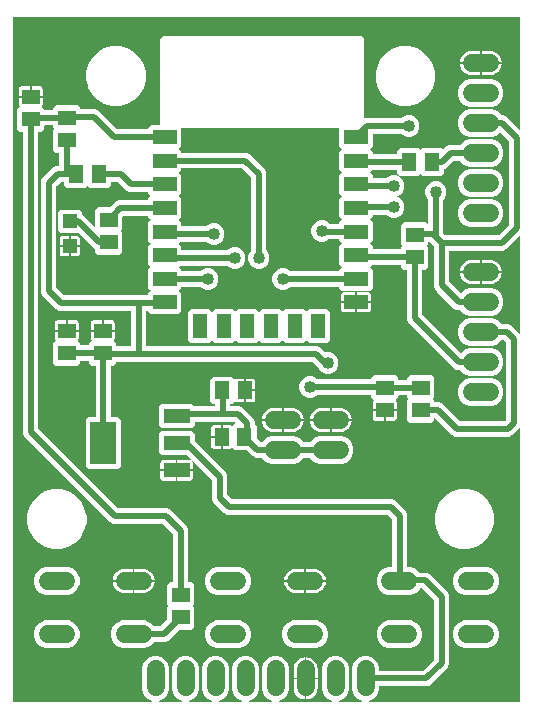
<source format=gbr>
G04 EAGLE Gerber RS-274X export*
G75*
%MOMM*%
%FSLAX34Y34*%
%LPD*%
%INTop Copper*%
%IPPOS*%
%AMOC8*
5,1,8,0,0,1.08239X$1,22.5*%
G01*
%ADD10C,1.524000*%
%ADD11R,1.500000X1.300000*%
%ADD12R,1.300000X1.500000*%
%ADD13R,2.235000X1.219000*%
%ADD14R,2.200000X3.600000*%
%ADD15R,1.200000X1.200000*%
%ADD16R,2.000000X1.200000*%
%ADD17R,1.200000X2.000000*%
%ADD18C,0.508000*%
%ADD19C,1.016000*%
%ADD20C,1.206400*%

G36*
X128167Y10164D02*
X128167Y10164D01*
X128180Y10162D01*
X128251Y10183D01*
X128323Y10200D01*
X128333Y10208D01*
X128346Y10212D01*
X128400Y10263D01*
X128457Y10310D01*
X128462Y10322D01*
X128472Y10331D01*
X128498Y10401D01*
X128528Y10469D01*
X128527Y10482D01*
X128532Y10494D01*
X128524Y10567D01*
X128521Y10642D01*
X128515Y10653D01*
X128514Y10666D01*
X128474Y10729D01*
X128439Y10794D01*
X128428Y10801D01*
X128421Y10812D01*
X128300Y10892D01*
X124481Y12474D01*
X121194Y15761D01*
X119415Y20056D01*
X119415Y39944D01*
X121194Y44239D01*
X124481Y47526D01*
X128776Y49305D01*
X133424Y49305D01*
X137719Y47526D01*
X141006Y44239D01*
X142785Y39944D01*
X142785Y20056D01*
X141006Y15761D01*
X137719Y12474D01*
X133900Y10892D01*
X133889Y10885D01*
X133877Y10882D01*
X133819Y10835D01*
X133759Y10791D01*
X133753Y10780D01*
X133743Y10772D01*
X133713Y10704D01*
X133678Y10638D01*
X133677Y10625D01*
X133672Y10613D01*
X133675Y10539D01*
X133673Y10465D01*
X133678Y10453D01*
X133679Y10440D01*
X133714Y10375D01*
X133745Y10308D01*
X133755Y10299D01*
X133761Y10288D01*
X133822Y10245D01*
X133880Y10199D01*
X133892Y10196D01*
X133903Y10188D01*
X134045Y10161D01*
X153555Y10161D01*
X153567Y10164D01*
X153580Y10162D01*
X153651Y10183D01*
X153723Y10200D01*
X153733Y10208D01*
X153746Y10212D01*
X153800Y10263D01*
X153857Y10310D01*
X153862Y10322D01*
X153872Y10331D01*
X153898Y10401D01*
X153928Y10469D01*
X153927Y10482D01*
X153932Y10494D01*
X153924Y10567D01*
X153921Y10642D01*
X153915Y10653D01*
X153914Y10666D01*
X153874Y10729D01*
X153839Y10794D01*
X153828Y10801D01*
X153821Y10812D01*
X153700Y10892D01*
X149881Y12474D01*
X146594Y15761D01*
X144815Y20056D01*
X144815Y39944D01*
X146594Y44239D01*
X149881Y47526D01*
X154176Y49305D01*
X158824Y49305D01*
X163119Y47526D01*
X166406Y44239D01*
X168185Y39944D01*
X168185Y20056D01*
X166406Y15761D01*
X163119Y12474D01*
X159300Y10892D01*
X159289Y10885D01*
X159277Y10882D01*
X159219Y10835D01*
X159159Y10791D01*
X159153Y10780D01*
X159143Y10772D01*
X159113Y10704D01*
X159078Y10638D01*
X159077Y10625D01*
X159072Y10613D01*
X159075Y10539D01*
X159073Y10465D01*
X159078Y10453D01*
X159079Y10440D01*
X159114Y10375D01*
X159145Y10308D01*
X159155Y10299D01*
X159161Y10288D01*
X159222Y10245D01*
X159280Y10199D01*
X159292Y10196D01*
X159303Y10188D01*
X159445Y10161D01*
X178955Y10161D01*
X178967Y10164D01*
X178980Y10162D01*
X179051Y10183D01*
X179123Y10200D01*
X179133Y10208D01*
X179146Y10212D01*
X179200Y10263D01*
X179257Y10310D01*
X179262Y10322D01*
X179272Y10331D01*
X179298Y10401D01*
X179328Y10469D01*
X179327Y10482D01*
X179332Y10494D01*
X179324Y10567D01*
X179321Y10642D01*
X179315Y10653D01*
X179314Y10666D01*
X179274Y10729D01*
X179239Y10794D01*
X179228Y10801D01*
X179221Y10812D01*
X179100Y10892D01*
X175281Y12474D01*
X171994Y15761D01*
X170215Y20056D01*
X170215Y39944D01*
X171994Y44239D01*
X175281Y47526D01*
X179576Y49305D01*
X184224Y49305D01*
X188519Y47526D01*
X191806Y44239D01*
X193585Y39944D01*
X193585Y20056D01*
X191806Y15761D01*
X188519Y12474D01*
X184700Y10892D01*
X184689Y10885D01*
X184677Y10882D01*
X184619Y10835D01*
X184559Y10791D01*
X184553Y10780D01*
X184543Y10772D01*
X184513Y10704D01*
X184478Y10638D01*
X184477Y10625D01*
X184472Y10613D01*
X184475Y10539D01*
X184473Y10465D01*
X184478Y10453D01*
X184479Y10440D01*
X184514Y10375D01*
X184545Y10308D01*
X184555Y10299D01*
X184561Y10288D01*
X184622Y10245D01*
X184680Y10199D01*
X184692Y10196D01*
X184703Y10188D01*
X184845Y10161D01*
X204355Y10161D01*
X204367Y10164D01*
X204380Y10162D01*
X204451Y10183D01*
X204523Y10200D01*
X204533Y10208D01*
X204546Y10212D01*
X204600Y10263D01*
X204657Y10310D01*
X204662Y10322D01*
X204672Y10331D01*
X204698Y10401D01*
X204728Y10469D01*
X204727Y10482D01*
X204732Y10494D01*
X204724Y10567D01*
X204721Y10642D01*
X204715Y10653D01*
X204714Y10666D01*
X204674Y10729D01*
X204639Y10794D01*
X204628Y10801D01*
X204621Y10812D01*
X204500Y10892D01*
X200681Y12474D01*
X197394Y15761D01*
X195615Y20056D01*
X195615Y39944D01*
X197394Y44239D01*
X200681Y47526D01*
X204976Y49305D01*
X209624Y49305D01*
X213919Y47526D01*
X217206Y44239D01*
X218985Y39944D01*
X218985Y20056D01*
X217206Y15761D01*
X213919Y12474D01*
X210100Y10892D01*
X210089Y10885D01*
X210077Y10882D01*
X210019Y10835D01*
X209959Y10791D01*
X209953Y10780D01*
X209943Y10772D01*
X209913Y10704D01*
X209878Y10638D01*
X209877Y10625D01*
X209872Y10613D01*
X209875Y10539D01*
X209873Y10465D01*
X209878Y10453D01*
X209879Y10440D01*
X209914Y10375D01*
X209945Y10308D01*
X209955Y10299D01*
X209961Y10288D01*
X210022Y10245D01*
X210080Y10199D01*
X210092Y10196D01*
X210103Y10188D01*
X210245Y10161D01*
X229755Y10161D01*
X229767Y10164D01*
X229780Y10162D01*
X229851Y10183D01*
X229923Y10200D01*
X229933Y10208D01*
X229946Y10212D01*
X230000Y10263D01*
X230057Y10310D01*
X230062Y10322D01*
X230072Y10331D01*
X230098Y10401D01*
X230128Y10469D01*
X230127Y10482D01*
X230132Y10494D01*
X230124Y10567D01*
X230121Y10642D01*
X230115Y10653D01*
X230114Y10666D01*
X230074Y10729D01*
X230039Y10794D01*
X230028Y10801D01*
X230021Y10812D01*
X229900Y10892D01*
X226081Y12474D01*
X222794Y15761D01*
X221015Y20056D01*
X221015Y39944D01*
X222794Y44239D01*
X226081Y47526D01*
X230376Y49305D01*
X235024Y49305D01*
X239319Y47526D01*
X242606Y44239D01*
X244385Y39944D01*
X244385Y20056D01*
X242606Y15761D01*
X239319Y12474D01*
X235500Y10892D01*
X235489Y10885D01*
X235477Y10882D01*
X235419Y10835D01*
X235359Y10791D01*
X235353Y10780D01*
X235343Y10772D01*
X235313Y10704D01*
X235278Y10638D01*
X235277Y10625D01*
X235272Y10613D01*
X235275Y10539D01*
X235273Y10465D01*
X235278Y10453D01*
X235279Y10440D01*
X235314Y10375D01*
X235345Y10308D01*
X235355Y10299D01*
X235361Y10288D01*
X235422Y10245D01*
X235480Y10199D01*
X235492Y10196D01*
X235503Y10188D01*
X235645Y10161D01*
X280555Y10161D01*
X280567Y10164D01*
X280580Y10162D01*
X280651Y10183D01*
X280723Y10200D01*
X280733Y10208D01*
X280746Y10212D01*
X280800Y10263D01*
X280857Y10310D01*
X280862Y10322D01*
X280872Y10331D01*
X280898Y10401D01*
X280928Y10469D01*
X280927Y10482D01*
X280932Y10494D01*
X280924Y10567D01*
X280921Y10642D01*
X280915Y10653D01*
X280914Y10666D01*
X280874Y10729D01*
X280839Y10794D01*
X280828Y10801D01*
X280821Y10812D01*
X280700Y10892D01*
X276881Y12474D01*
X273594Y15761D01*
X271815Y20056D01*
X271815Y39944D01*
X273594Y44239D01*
X276881Y47526D01*
X281176Y49305D01*
X285824Y49305D01*
X290119Y47526D01*
X293406Y44239D01*
X295185Y39944D01*
X295185Y20056D01*
X293406Y15761D01*
X290119Y12474D01*
X286300Y10892D01*
X286289Y10885D01*
X286277Y10882D01*
X286219Y10835D01*
X286159Y10791D01*
X286153Y10780D01*
X286143Y10772D01*
X286113Y10704D01*
X286078Y10638D01*
X286077Y10625D01*
X286072Y10613D01*
X286075Y10539D01*
X286073Y10465D01*
X286078Y10453D01*
X286079Y10440D01*
X286114Y10375D01*
X286145Y10308D01*
X286155Y10299D01*
X286161Y10288D01*
X286222Y10245D01*
X286280Y10199D01*
X286292Y10196D01*
X286303Y10188D01*
X286445Y10161D01*
X305955Y10161D01*
X305967Y10164D01*
X305980Y10162D01*
X306051Y10183D01*
X306123Y10200D01*
X306133Y10208D01*
X306146Y10212D01*
X306200Y10263D01*
X306257Y10310D01*
X306262Y10322D01*
X306272Y10331D01*
X306298Y10401D01*
X306328Y10469D01*
X306327Y10482D01*
X306332Y10494D01*
X306324Y10567D01*
X306321Y10642D01*
X306315Y10653D01*
X306314Y10666D01*
X306274Y10729D01*
X306239Y10794D01*
X306228Y10801D01*
X306221Y10812D01*
X306100Y10892D01*
X302281Y12474D01*
X298994Y15761D01*
X297215Y20056D01*
X297215Y39944D01*
X298994Y44239D01*
X302281Y47526D01*
X306576Y49305D01*
X311224Y49305D01*
X315519Y47526D01*
X318806Y44239D01*
X320585Y39944D01*
X320585Y36985D01*
X320596Y36935D01*
X320598Y36884D01*
X320616Y36852D01*
X320624Y36816D01*
X320657Y36777D01*
X320681Y36732D01*
X320711Y36711D01*
X320734Y36683D01*
X320781Y36662D01*
X320823Y36632D01*
X320865Y36624D01*
X320893Y36612D01*
X320923Y36613D01*
X320965Y36605D01*
X357307Y36605D01*
X357381Y36622D01*
X357455Y36635D01*
X357466Y36642D01*
X357475Y36644D01*
X357504Y36668D01*
X357576Y36716D01*
X366664Y45804D01*
X366704Y45869D01*
X366748Y45931D01*
X366750Y45943D01*
X366755Y45952D01*
X366759Y45989D01*
X366775Y46073D01*
X366775Y96167D01*
X366758Y96241D01*
X366745Y96315D01*
X366738Y96326D01*
X366736Y96335D01*
X366712Y96364D01*
X366664Y96436D01*
X356878Y106222D01*
X356813Y106262D01*
X356751Y106306D01*
X356739Y106308D01*
X356730Y106313D01*
X356693Y106317D01*
X356609Y106333D01*
X355411Y106333D01*
X355349Y106319D01*
X355286Y106312D01*
X355266Y106299D01*
X355243Y106294D01*
X355193Y106253D01*
X355140Y106219D01*
X355125Y106197D01*
X355109Y106184D01*
X355093Y106149D01*
X355060Y106098D01*
X355014Y105987D01*
X351727Y102700D01*
X347432Y100921D01*
X327544Y100921D01*
X323249Y102700D01*
X319962Y105987D01*
X318183Y110282D01*
X318183Y114930D01*
X319962Y119225D01*
X323249Y122512D01*
X327544Y124291D01*
X330835Y124291D01*
X330885Y124302D01*
X330936Y124304D01*
X330968Y124322D01*
X331004Y124330D01*
X331043Y124363D01*
X331088Y124387D01*
X331109Y124417D01*
X331137Y124440D01*
X331158Y124487D01*
X331188Y124529D01*
X331196Y124571D01*
X331208Y124599D01*
X331207Y124629D01*
X331215Y124671D01*
X331215Y164747D01*
X331198Y164821D01*
X331185Y164895D01*
X331178Y164906D01*
X331176Y164915D01*
X331152Y164944D01*
X331104Y165016D01*
X327576Y168544D01*
X327511Y168584D01*
X327449Y168628D01*
X327437Y168630D01*
X327428Y168635D01*
X327391Y168639D01*
X327307Y168655D01*
X191726Y168655D01*
X189299Y169661D01*
X179821Y179139D01*
X178815Y181566D01*
X178815Y197767D01*
X178798Y197841D01*
X178785Y197915D01*
X178778Y197926D01*
X178776Y197935D01*
X178752Y197964D01*
X178704Y198036D01*
X162978Y213762D01*
X162946Y213782D01*
X162920Y213809D01*
X162873Y213827D01*
X162831Y213853D01*
X162793Y213857D01*
X162757Y213870D01*
X162708Y213865D01*
X162658Y213870D01*
X162623Y213856D01*
X162585Y213852D01*
X162543Y213826D01*
X162496Y213808D01*
X162470Y213780D01*
X162438Y213760D01*
X162412Y213717D01*
X162378Y213681D01*
X162368Y213645D01*
X162348Y213612D01*
X162343Y213563D01*
X162329Y213515D01*
X162336Y213477D01*
X162332Y213440D01*
X162353Y213381D01*
X162359Y213344D01*
X162372Y213325D01*
X162380Y213303D01*
X162413Y213246D01*
X162586Y212600D01*
X162586Y206931D01*
X149631Y206931D01*
X149631Y214806D01*
X160380Y214806D01*
X161026Y214633D01*
X161083Y214600D01*
X161119Y214589D01*
X161151Y214569D01*
X161201Y214564D01*
X161248Y214549D01*
X161286Y214556D01*
X161324Y214552D01*
X161370Y214570D01*
X161419Y214578D01*
X161450Y214600D01*
X161486Y214614D01*
X161519Y214650D01*
X161560Y214680D01*
X161578Y214713D01*
X161603Y214741D01*
X161617Y214789D01*
X161641Y214833D01*
X161642Y214871D01*
X161652Y214907D01*
X161644Y214956D01*
X161645Y215006D01*
X161629Y215040D01*
X161623Y215078D01*
X161588Y215129D01*
X161572Y215163D01*
X161555Y215179D01*
X161542Y215198D01*
X157731Y219009D01*
X157666Y219049D01*
X157604Y219093D01*
X157592Y219095D01*
X157583Y219100D01*
X157546Y219104D01*
X157462Y219120D01*
X136011Y219120D01*
X133630Y221501D01*
X133630Y237059D01*
X136011Y239440D01*
X161729Y239440D01*
X164110Y237059D01*
X164110Y231468D01*
X164124Y231409D01*
X164125Y231366D01*
X164135Y231347D01*
X164140Y231320D01*
X164147Y231309D01*
X164149Y231300D01*
X164173Y231271D01*
X164193Y231241D01*
X164208Y231213D01*
X164215Y231208D01*
X164221Y231199D01*
X191019Y204401D01*
X192025Y201974D01*
X192025Y185773D01*
X192042Y185699D01*
X192055Y185625D01*
X192062Y185614D01*
X192064Y185605D01*
X192088Y185576D01*
X192136Y185504D01*
X195664Y181976D01*
X195729Y181936D01*
X195791Y181892D01*
X195803Y181890D01*
X195812Y181885D01*
X195849Y181881D01*
X195933Y181865D01*
X331514Y181865D01*
X333941Y180859D01*
X343419Y171381D01*
X344425Y168954D01*
X344425Y124671D01*
X344436Y124621D01*
X344438Y124570D01*
X344456Y124538D01*
X344464Y124502D01*
X344497Y124463D01*
X344521Y124418D01*
X344551Y124397D01*
X344574Y124369D01*
X344621Y124348D01*
X344663Y124318D01*
X344705Y124310D01*
X344733Y124298D01*
X344763Y124299D01*
X344805Y124291D01*
X347432Y124291D01*
X351727Y122512D01*
X354585Y119654D01*
X354649Y119614D01*
X354711Y119570D01*
X354723Y119568D01*
X354732Y119563D01*
X354769Y119559D01*
X354853Y119543D01*
X360816Y119543D01*
X363243Y118537D01*
X378979Y102801D01*
X379985Y100374D01*
X379985Y41866D01*
X378979Y39439D01*
X363941Y24401D01*
X361514Y23395D01*
X320965Y23395D01*
X320915Y23384D01*
X320864Y23382D01*
X320832Y23364D01*
X320796Y23356D01*
X320757Y23323D01*
X320712Y23299D01*
X320691Y23269D01*
X320663Y23246D01*
X320642Y23199D01*
X320612Y23157D01*
X320604Y23115D01*
X320592Y23087D01*
X320593Y23057D01*
X320585Y23015D01*
X320585Y20056D01*
X318806Y15761D01*
X315519Y12474D01*
X311700Y10892D01*
X311689Y10885D01*
X311677Y10882D01*
X311619Y10835D01*
X311559Y10791D01*
X311553Y10780D01*
X311543Y10772D01*
X311513Y10704D01*
X311478Y10638D01*
X311477Y10625D01*
X311472Y10613D01*
X311475Y10539D01*
X311473Y10465D01*
X311478Y10453D01*
X311479Y10440D01*
X311514Y10375D01*
X311545Y10308D01*
X311555Y10299D01*
X311561Y10288D01*
X311622Y10245D01*
X311680Y10199D01*
X311692Y10196D01*
X311703Y10188D01*
X311845Y10161D01*
X439459Y10161D01*
X439509Y10172D01*
X439560Y10174D01*
X439592Y10192D01*
X439628Y10200D01*
X439667Y10233D01*
X439712Y10257D01*
X439733Y10287D01*
X439761Y10310D01*
X439782Y10357D01*
X439812Y10399D01*
X439820Y10441D01*
X439832Y10469D01*
X439831Y10499D01*
X439839Y10541D01*
X439839Y241621D01*
X439833Y241646D01*
X439836Y241672D01*
X439814Y241729D01*
X439800Y241790D01*
X439783Y241809D01*
X439774Y241834D01*
X439729Y241875D01*
X439690Y241923D01*
X439666Y241934D01*
X439647Y241951D01*
X439588Y241969D01*
X439531Y241994D01*
X439506Y241993D01*
X439481Y242000D01*
X439420Y241990D01*
X439358Y241987D01*
X439336Y241975D01*
X439310Y241971D01*
X439239Y241922D01*
X439206Y241905D01*
X439200Y241897D01*
X439190Y241890D01*
X434913Y237612D01*
X433001Y235701D01*
X430574Y234695D01*
X384766Y234695D01*
X382339Y235701D01*
X367814Y250226D01*
X367792Y250239D01*
X367776Y250259D01*
X367719Y250284D01*
X367667Y250317D01*
X367641Y250320D01*
X367617Y250330D01*
X367556Y250328D01*
X367494Y250334D01*
X367470Y250324D01*
X367444Y250323D01*
X367390Y250294D01*
X367332Y250272D01*
X367315Y250253D01*
X367292Y250241D01*
X367257Y250190D01*
X367215Y250145D01*
X367207Y250120D01*
X367192Y250099D01*
X367176Y250014D01*
X367165Y249979D01*
X367167Y249969D01*
X367165Y249957D01*
X367165Y249016D01*
X364784Y246635D01*
X346416Y246635D01*
X344035Y249016D01*
X344035Y265384D01*
X345083Y266431D01*
X345110Y266474D01*
X345144Y266512D01*
X345155Y266547D01*
X345174Y266578D01*
X345179Y266629D01*
X345193Y266678D01*
X345187Y266714D01*
X345191Y266751D01*
X345173Y266798D01*
X345164Y266849D01*
X345140Y266884D01*
X345129Y266913D01*
X345107Y266934D01*
X345083Y266969D01*
X344035Y268016D01*
X344035Y269215D01*
X344024Y269265D01*
X344022Y269316D01*
X344004Y269348D01*
X343996Y269384D01*
X343963Y269423D01*
X343939Y269468D01*
X343909Y269489D01*
X343886Y269517D01*
X343839Y269538D01*
X343797Y269568D01*
X343755Y269576D01*
X343727Y269588D01*
X343697Y269587D01*
X343655Y269595D01*
X337065Y269595D01*
X337015Y269584D01*
X336964Y269582D01*
X336932Y269564D01*
X336896Y269556D01*
X336857Y269523D01*
X336812Y269499D01*
X336791Y269469D01*
X336763Y269446D01*
X336742Y269399D01*
X336712Y269357D01*
X336704Y269315D01*
X336692Y269287D01*
X336693Y269257D01*
X336685Y269215D01*
X336685Y268016D01*
X334560Y265891D01*
X334533Y265848D01*
X334498Y265810D01*
X334488Y265775D01*
X334468Y265744D01*
X334463Y265693D01*
X334449Y265644D01*
X334455Y265608D01*
X334452Y265572D01*
X334470Y265524D01*
X334479Y265474D01*
X334502Y265438D01*
X334513Y265410D01*
X334536Y265389D01*
X334560Y265353D01*
X334653Y265260D01*
X334988Y264681D01*
X335152Y264067D01*
X335161Y264035D01*
X335161Y257961D01*
X325501Y257961D01*
X325451Y257950D01*
X325400Y257948D01*
X325368Y257930D01*
X325332Y257922D01*
X325293Y257889D01*
X325248Y257865D01*
X325227Y257835D01*
X325199Y257811D01*
X325178Y257765D01*
X325148Y257723D01*
X325140Y257681D01*
X325128Y257653D01*
X325129Y257623D01*
X325121Y257581D01*
X325121Y257199D01*
X325119Y257199D01*
X325119Y257581D01*
X325108Y257631D01*
X325106Y257682D01*
X325088Y257714D01*
X325080Y257750D01*
X325047Y257789D01*
X325023Y257834D01*
X324993Y257855D01*
X324969Y257883D01*
X324923Y257904D01*
X324881Y257934D01*
X324839Y257942D01*
X324811Y257954D01*
X324781Y257953D01*
X324739Y257961D01*
X315079Y257961D01*
X315079Y264035D01*
X315252Y264681D01*
X315587Y265260D01*
X315680Y265354D01*
X315707Y265397D01*
X315742Y265434D01*
X315752Y265470D01*
X315772Y265501D01*
X315777Y265551D01*
X315791Y265600D01*
X315785Y265637D01*
X315788Y265673D01*
X315770Y265721D01*
X315761Y265771D01*
X315738Y265806D01*
X315727Y265835D01*
X315704Y265856D01*
X315680Y265891D01*
X313555Y268016D01*
X313555Y269875D01*
X313544Y269925D01*
X313542Y269976D01*
X313524Y270008D01*
X313516Y270044D01*
X313483Y270083D01*
X313459Y270128D01*
X313429Y270149D01*
X313406Y270177D01*
X313359Y270198D01*
X313317Y270228D01*
X313275Y270236D01*
X313247Y270248D01*
X313217Y270247D01*
X313175Y270255D01*
X268105Y270255D01*
X268031Y270238D01*
X267957Y270225D01*
X267946Y270218D01*
X267937Y270216D01*
X267908Y270192D01*
X267837Y270144D01*
X266800Y269107D01*
X263439Y267715D01*
X259801Y267715D01*
X256440Y269107D01*
X253867Y271680D01*
X252475Y275041D01*
X252475Y278679D01*
X253867Y282040D01*
X256440Y284613D01*
X259801Y286005D01*
X263439Y286005D01*
X266800Y284613D01*
X267837Y283576D01*
X267901Y283536D01*
X267963Y283492D01*
X267975Y283490D01*
X267984Y283485D01*
X268021Y283481D01*
X268105Y283465D01*
X313175Y283465D01*
X313225Y283476D01*
X313276Y283478D01*
X313308Y283496D01*
X313344Y283504D01*
X313383Y283537D01*
X313428Y283561D01*
X313449Y283591D01*
X313477Y283614D01*
X313498Y283661D01*
X313528Y283703D01*
X313536Y283744D01*
X313548Y283773D01*
X313547Y283803D01*
X313555Y283845D01*
X313555Y284384D01*
X315936Y286765D01*
X334304Y286765D01*
X336685Y284384D01*
X336685Y283185D01*
X336696Y283135D01*
X336698Y283084D01*
X336716Y283052D01*
X336724Y283016D01*
X336757Y282977D01*
X336781Y282932D01*
X336811Y282911D01*
X336834Y282883D01*
X336881Y282862D01*
X336923Y282832D01*
X336965Y282824D01*
X336993Y282812D01*
X337023Y282813D01*
X337065Y282805D01*
X343655Y282805D01*
X343705Y282816D01*
X343756Y282818D01*
X343788Y282836D01*
X343824Y282844D01*
X343863Y282877D01*
X343908Y282901D01*
X343929Y282931D01*
X343957Y282954D01*
X343978Y283001D01*
X344008Y283043D01*
X344016Y283085D01*
X344028Y283113D01*
X344027Y283143D01*
X344035Y283185D01*
X344035Y284384D01*
X346416Y286765D01*
X364784Y286765D01*
X367165Y284384D01*
X367165Y268016D01*
X366117Y266969D01*
X366090Y266926D01*
X366056Y266888D01*
X366045Y266853D01*
X366026Y266822D01*
X366021Y266771D01*
X366007Y266722D01*
X366013Y266686D01*
X366009Y266649D01*
X366027Y266602D01*
X366036Y266551D01*
X366060Y266516D01*
X366071Y266487D01*
X366093Y266466D01*
X366117Y266431D01*
X367165Y265384D01*
X367165Y264185D01*
X367176Y264135D01*
X367178Y264084D01*
X367196Y264052D01*
X367204Y264016D01*
X367237Y263977D01*
X367261Y263932D01*
X367291Y263911D01*
X367314Y263883D01*
X367361Y263862D01*
X367403Y263832D01*
X367445Y263824D01*
X367473Y263812D01*
X367503Y263813D01*
X367545Y263805D01*
X371494Y263805D01*
X373921Y262799D01*
X388704Y248016D01*
X388769Y247976D01*
X388831Y247932D01*
X388843Y247930D01*
X388852Y247925D01*
X388889Y247921D01*
X388973Y247905D01*
X426367Y247905D01*
X426441Y247922D01*
X426515Y247935D01*
X426526Y247942D01*
X426535Y247944D01*
X426564Y247968D01*
X426636Y248016D01*
X427624Y249004D01*
X427664Y249069D01*
X427708Y249131D01*
X427710Y249143D01*
X427715Y249152D01*
X427719Y249189D01*
X427735Y249273D01*
X427735Y314607D01*
X427718Y314681D01*
X427705Y314755D01*
X427698Y314766D01*
X427696Y314775D01*
X427672Y314804D01*
X427624Y314876D01*
X425956Y316544D01*
X425891Y316584D01*
X425829Y316628D01*
X425817Y316630D01*
X425808Y316635D01*
X425771Y316639D01*
X425687Y316655D01*
X424097Y316655D01*
X424023Y316638D01*
X423949Y316625D01*
X423939Y316618D01*
X423929Y316616D01*
X423900Y316592D01*
X423829Y316544D01*
X420639Y313354D01*
X416344Y311575D01*
X396456Y311575D01*
X392161Y313354D01*
X388874Y316641D01*
X387095Y320936D01*
X387095Y325584D01*
X388874Y329879D01*
X392161Y333166D01*
X396456Y334945D01*
X416344Y334945D01*
X420639Y333166D01*
X423829Y329976D01*
X423893Y329936D01*
X423955Y329892D01*
X423967Y329890D01*
X423976Y329885D01*
X424013Y329881D01*
X424097Y329865D01*
X429894Y329865D01*
X432321Y328859D01*
X438028Y323153D01*
X439190Y321990D01*
X439212Y321977D01*
X439228Y321957D01*
X439285Y321932D01*
X439337Y321899D01*
X439363Y321896D01*
X439387Y321886D01*
X439448Y321888D01*
X439510Y321882D01*
X439534Y321892D01*
X439560Y321893D01*
X439614Y321922D01*
X439672Y321944D01*
X439689Y321963D01*
X439712Y321975D01*
X439747Y322026D01*
X439789Y322071D01*
X439797Y322096D01*
X439812Y322117D01*
X439828Y322202D01*
X439839Y322237D01*
X439837Y322247D01*
X439839Y322259D01*
X439839Y404181D01*
X439833Y404206D01*
X439836Y404232D01*
X439814Y404289D01*
X439800Y404350D01*
X439783Y404369D01*
X439774Y404394D01*
X439729Y404435D01*
X439690Y404483D01*
X439666Y404494D01*
X439647Y404511D01*
X439588Y404529D01*
X439531Y404554D01*
X439506Y404553D01*
X439481Y404560D01*
X439420Y404550D01*
X439358Y404547D01*
X439336Y404535D01*
X439310Y404531D01*
X439239Y404482D01*
X439206Y404465D01*
X439200Y404457D01*
X439190Y404450D01*
X427921Y393181D01*
X425494Y392175D01*
X380365Y392175D01*
X380315Y392164D01*
X380264Y392162D01*
X380232Y392144D01*
X380196Y392136D01*
X380157Y392103D01*
X380112Y392079D01*
X380091Y392049D01*
X380063Y392026D01*
X380042Y391979D01*
X380012Y391937D01*
X380004Y391895D01*
X379992Y391867D01*
X379993Y391837D01*
X379985Y391795D01*
X379985Y366113D01*
X380002Y366039D01*
X380015Y365964D01*
X380022Y365954D01*
X380024Y365945D01*
X380048Y365916D01*
X380096Y365844D01*
X389499Y356441D01*
X389542Y356415D01*
X389580Y356380D01*
X389615Y356369D01*
X389646Y356350D01*
X389697Y356345D01*
X389746Y356331D01*
X389782Y356337D01*
X389819Y356333D01*
X389866Y356352D01*
X389917Y356360D01*
X389952Y356384D01*
X389981Y356395D01*
X390001Y356418D01*
X390037Y356441D01*
X392161Y358566D01*
X396456Y360345D01*
X416344Y360345D01*
X420639Y358566D01*
X423926Y355279D01*
X425705Y350984D01*
X425705Y346336D01*
X423926Y342041D01*
X420639Y338754D01*
X416344Y336975D01*
X396456Y336975D01*
X392161Y338754D01*
X388971Y341944D01*
X388907Y341984D01*
X388845Y342028D01*
X388833Y342030D01*
X388824Y342035D01*
X388787Y342039D01*
X388703Y342055D01*
X386626Y342055D01*
X384199Y343061D01*
X369692Y357567D01*
X367781Y359479D01*
X366775Y361906D01*
X366775Y395887D01*
X366758Y395961D01*
X366745Y396035D01*
X366738Y396046D01*
X366736Y396055D01*
X366712Y396084D01*
X366664Y396156D01*
X364612Y398207D01*
X363136Y399684D01*
X363071Y399724D01*
X363009Y399768D01*
X362997Y399770D01*
X362988Y399775D01*
X362951Y399779D01*
X362867Y399795D01*
X362465Y399795D01*
X362415Y399784D01*
X362364Y399782D01*
X362332Y399764D01*
X362296Y399756D01*
X362257Y399723D01*
X362212Y399699D01*
X362191Y399669D01*
X362163Y399646D01*
X362142Y399599D01*
X362112Y399557D01*
X362104Y399515D01*
X362092Y399487D01*
X362093Y399457D01*
X362085Y399415D01*
X362085Y397556D01*
X361037Y396509D01*
X361010Y396466D01*
X360976Y396428D01*
X360965Y396393D01*
X360946Y396362D01*
X360941Y396311D01*
X360927Y396262D01*
X360933Y396226D01*
X360929Y396189D01*
X360947Y396142D01*
X360956Y396091D01*
X360980Y396056D01*
X360991Y396027D01*
X361013Y396006D01*
X361037Y395971D01*
X362085Y394924D01*
X362085Y378556D01*
X359704Y376175D01*
X357505Y376175D01*
X357455Y376164D01*
X357404Y376162D01*
X357372Y376144D01*
X357336Y376136D01*
X357297Y376103D01*
X357252Y376079D01*
X357231Y376049D01*
X357203Y376026D01*
X357182Y375979D01*
X357152Y375937D01*
X357144Y375895D01*
X357132Y375867D01*
X357133Y375837D01*
X357125Y375795D01*
X357125Y338173D01*
X357142Y338099D01*
X357155Y338025D01*
X357162Y338014D01*
X357164Y338005D01*
X357188Y337976D01*
X357236Y337904D01*
X389499Y305641D01*
X389542Y305615D01*
X389580Y305580D01*
X389615Y305569D01*
X389646Y305550D01*
X389697Y305545D01*
X389746Y305531D01*
X389782Y305537D01*
X389819Y305533D01*
X389866Y305552D01*
X389917Y305560D01*
X389952Y305584D01*
X389981Y305595D01*
X390001Y305618D01*
X390037Y305641D01*
X392161Y307766D01*
X396456Y309545D01*
X416344Y309545D01*
X420639Y307766D01*
X423926Y304479D01*
X425705Y300184D01*
X425705Y295536D01*
X423926Y291241D01*
X420639Y287954D01*
X416344Y286175D01*
X396456Y286175D01*
X392161Y287954D01*
X388971Y291144D01*
X388907Y291184D01*
X388845Y291228D01*
X388833Y291230D01*
X388824Y291235D01*
X388787Y291239D01*
X388703Y291255D01*
X386626Y291255D01*
X384199Y292261D01*
X344921Y331539D01*
X343915Y333966D01*
X343915Y375795D01*
X343904Y375845D01*
X343902Y375896D01*
X343884Y375928D01*
X343876Y375964D01*
X343843Y376003D01*
X343819Y376048D01*
X343789Y376069D01*
X343766Y376097D01*
X343719Y376118D01*
X343677Y376148D01*
X343635Y376156D01*
X343607Y376168D01*
X343577Y376167D01*
X343535Y376175D01*
X341336Y376175D01*
X338955Y378556D01*
X338955Y379755D01*
X338944Y379805D01*
X338942Y379856D01*
X338924Y379888D01*
X338916Y379924D01*
X338883Y379963D01*
X338859Y380008D01*
X338829Y380029D01*
X338806Y380057D01*
X338759Y380078D01*
X338717Y380108D01*
X338675Y380116D01*
X338647Y380128D01*
X338617Y380127D01*
X338575Y380135D01*
X314441Y380135D01*
X314367Y380118D01*
X314292Y380105D01*
X314282Y380098D01*
X314272Y380096D01*
X314244Y380072D01*
X314172Y380024D01*
X312817Y378669D01*
X312790Y378626D01*
X312756Y378588D01*
X312745Y378553D01*
X312726Y378522D01*
X312721Y378471D01*
X312707Y378422D01*
X312713Y378386D01*
X312709Y378349D01*
X312727Y378301D01*
X312736Y378251D01*
X312760Y378216D01*
X312771Y378187D01*
X312793Y378166D01*
X312817Y378131D01*
X314865Y376084D01*
X314865Y360716D01*
X312484Y358335D01*
X289116Y358335D01*
X286735Y360716D01*
X286735Y361315D01*
X286724Y361365D01*
X286722Y361416D01*
X286704Y361448D01*
X286696Y361484D01*
X286663Y361523D01*
X286639Y361568D01*
X286609Y361589D01*
X286586Y361617D01*
X286539Y361638D01*
X286497Y361668D01*
X286455Y361676D01*
X286427Y361688D01*
X286397Y361687D01*
X286355Y361695D01*
X245245Y361695D01*
X245171Y361678D01*
X245097Y361665D01*
X245086Y361658D01*
X245077Y361656D01*
X245048Y361632D01*
X244977Y361584D01*
X243940Y360547D01*
X240579Y359155D01*
X236941Y359155D01*
X233580Y360547D01*
X231007Y363120D01*
X229615Y366481D01*
X229615Y370119D01*
X231007Y373480D01*
X233580Y376053D01*
X236941Y377445D01*
X240579Y377445D01*
X243940Y376053D01*
X244977Y375016D01*
X245041Y374976D01*
X245103Y374932D01*
X245115Y374930D01*
X245124Y374925D01*
X245161Y374921D01*
X245245Y374905D01*
X286355Y374905D01*
X286405Y374916D01*
X286456Y374918D01*
X286488Y374936D01*
X286524Y374944D01*
X286563Y374977D01*
X286608Y375001D01*
X286629Y375031D01*
X286657Y375054D01*
X286678Y375101D01*
X286708Y375143D01*
X286716Y375185D01*
X286728Y375213D01*
X286727Y375243D01*
X286735Y375285D01*
X286735Y376084D01*
X288783Y378131D01*
X288810Y378174D01*
X288844Y378212D01*
X288855Y378247D01*
X288874Y378278D01*
X288879Y378329D01*
X288893Y378378D01*
X288887Y378414D01*
X288891Y378451D01*
X288873Y378498D01*
X288864Y378549D01*
X288840Y378584D01*
X288829Y378613D01*
X288807Y378634D01*
X288783Y378669D01*
X286735Y380716D01*
X286735Y396084D01*
X288783Y398131D01*
X288795Y398152D01*
X288812Y398165D01*
X288823Y398188D01*
X288844Y398212D01*
X288855Y398247D01*
X288874Y398278D01*
X288877Y398310D01*
X288883Y398324D01*
X288882Y398341D01*
X288893Y398378D01*
X288887Y398414D01*
X288891Y398451D01*
X288877Y398487D01*
X288877Y398497D01*
X288871Y398507D01*
X288864Y398549D01*
X288840Y398584D01*
X288829Y398613D01*
X288807Y398634D01*
X288783Y398669D01*
X286735Y400716D01*
X286735Y401415D01*
X286724Y401465D01*
X286722Y401516D01*
X286704Y401548D01*
X286696Y401584D01*
X286663Y401623D01*
X286639Y401668D01*
X286609Y401689D01*
X286586Y401717D01*
X286539Y401738D01*
X286497Y401768D01*
X286455Y401776D01*
X286427Y401788D01*
X286397Y401787D01*
X286355Y401795D01*
X277725Y401795D01*
X277651Y401778D01*
X277577Y401765D01*
X277566Y401758D01*
X277557Y401756D01*
X277528Y401732D01*
X277456Y401684D01*
X276960Y401187D01*
X273599Y399795D01*
X269961Y399795D01*
X266600Y401187D01*
X264027Y403760D01*
X262635Y407121D01*
X262635Y410759D01*
X264027Y414120D01*
X266600Y416693D01*
X269961Y418085D01*
X273599Y418085D01*
X276960Y416693D01*
X278536Y415116D01*
X278601Y415076D01*
X278663Y415032D01*
X278675Y415030D01*
X278684Y415025D01*
X278721Y415021D01*
X278805Y415005D01*
X286355Y415005D01*
X286405Y415016D01*
X286456Y415018D01*
X286488Y415036D01*
X286524Y415044D01*
X286563Y415077D01*
X286608Y415101D01*
X286629Y415131D01*
X286657Y415154D01*
X286678Y415201D01*
X286708Y415243D01*
X286716Y415285D01*
X286728Y415313D01*
X286727Y415343D01*
X286735Y415385D01*
X286735Y416084D01*
X288783Y418131D01*
X288810Y418174D01*
X288844Y418212D01*
X288855Y418247D01*
X288874Y418278D01*
X288879Y418329D01*
X288893Y418378D01*
X288887Y418414D01*
X288891Y418451D01*
X288873Y418498D01*
X288864Y418549D01*
X288840Y418584D01*
X288829Y418613D01*
X288807Y418634D01*
X288783Y418669D01*
X286735Y420716D01*
X286735Y436084D01*
X288783Y438131D01*
X288810Y438174D01*
X288844Y438212D01*
X288855Y438247D01*
X288874Y438278D01*
X288879Y438329D01*
X288893Y438378D01*
X288887Y438414D01*
X288891Y438451D01*
X288873Y438498D01*
X288864Y438549D01*
X288840Y438584D01*
X288829Y438613D01*
X288807Y438634D01*
X288783Y438669D01*
X286735Y440716D01*
X286735Y456084D01*
X288783Y458131D01*
X288810Y458174D01*
X288844Y458212D01*
X288855Y458247D01*
X288874Y458278D01*
X288879Y458329D01*
X288893Y458378D01*
X288887Y458414D01*
X288891Y458451D01*
X288873Y458498D01*
X288864Y458549D01*
X288840Y458584D01*
X288829Y458613D01*
X288807Y458634D01*
X288783Y458669D01*
X286735Y460716D01*
X286735Y476084D01*
X288783Y478131D01*
X288810Y478174D01*
X288844Y478212D01*
X288855Y478247D01*
X288874Y478278D01*
X288879Y478329D01*
X288893Y478378D01*
X288887Y478414D01*
X288891Y478451D01*
X288873Y478498D01*
X288864Y478549D01*
X288840Y478584D01*
X288829Y478613D01*
X288807Y478634D01*
X288783Y478669D01*
X286735Y480716D01*
X286735Y495405D01*
X286724Y495455D01*
X286722Y495506D01*
X286704Y495538D01*
X286696Y495574D01*
X286663Y495613D01*
X286639Y495658D01*
X286609Y495679D01*
X286586Y495707D01*
X286539Y495728D01*
X286497Y495758D01*
X286455Y495766D01*
X286427Y495778D01*
X286397Y495777D01*
X286355Y495785D01*
X153245Y495785D01*
X153195Y495774D01*
X153144Y495772D01*
X153112Y495754D01*
X153076Y495746D01*
X153037Y495713D01*
X152992Y495689D01*
X152971Y495659D01*
X152943Y495636D01*
X152922Y495589D01*
X152892Y495547D01*
X152884Y495505D01*
X152872Y495477D01*
X152873Y495447D01*
X152865Y495405D01*
X152865Y480716D01*
X150817Y478669D01*
X150790Y478626D01*
X150756Y478588D01*
X150745Y478553D01*
X150726Y478522D01*
X150721Y478471D01*
X150707Y478422D01*
X150713Y478386D01*
X150709Y478349D01*
X150727Y478301D01*
X150736Y478251D01*
X150760Y478216D01*
X150771Y478187D01*
X150793Y478166D01*
X150817Y478131D01*
X152865Y476084D01*
X152865Y475385D01*
X152876Y475335D01*
X152878Y475284D01*
X152896Y475252D01*
X152904Y475216D01*
X152937Y475177D01*
X152961Y475132D01*
X152991Y475111D01*
X153014Y475083D01*
X153061Y475062D01*
X153103Y475032D01*
X153145Y475024D01*
X153173Y475012D01*
X153203Y475013D01*
X153245Y475005D01*
X208554Y475005D01*
X210981Y473999D01*
X224039Y460941D01*
X225045Y458514D01*
X225045Y392565D01*
X225062Y392491D01*
X225075Y392417D01*
X225082Y392406D01*
X225084Y392397D01*
X225108Y392368D01*
X225156Y392297D01*
X226193Y391260D01*
X227585Y387899D01*
X227585Y384261D01*
X226193Y380900D01*
X223620Y378327D01*
X220259Y376935D01*
X216621Y376935D01*
X213260Y378327D01*
X210687Y380900D01*
X209295Y384261D01*
X209295Y387899D01*
X210687Y391260D01*
X211724Y392297D01*
X211764Y392361D01*
X211808Y392423D01*
X211810Y392435D01*
X211815Y392444D01*
X211819Y392481D01*
X211835Y392565D01*
X211835Y454307D01*
X211823Y454359D01*
X211822Y454393D01*
X211813Y454410D01*
X211805Y454455D01*
X211798Y454466D01*
X211796Y454475D01*
X211772Y454504D01*
X211724Y454576D01*
X204616Y461684D01*
X204551Y461724D01*
X204489Y461768D01*
X204477Y461770D01*
X204468Y461775D01*
X204431Y461779D01*
X204347Y461795D01*
X153245Y461795D01*
X153195Y461784D01*
X153144Y461782D01*
X153112Y461764D01*
X153076Y461756D01*
X153037Y461723D01*
X152992Y461699D01*
X152971Y461669D01*
X152943Y461646D01*
X152922Y461599D01*
X152892Y461557D01*
X152884Y461515D01*
X152872Y461487D01*
X152873Y461457D01*
X152865Y461415D01*
X152865Y460716D01*
X150817Y458669D01*
X150790Y458626D01*
X150756Y458588D01*
X150745Y458553D01*
X150726Y458522D01*
X150721Y458471D01*
X150707Y458422D01*
X150713Y458386D01*
X150709Y458349D01*
X150727Y458301D01*
X150736Y458251D01*
X150760Y458216D01*
X150771Y458187D01*
X150793Y458166D01*
X150817Y458131D01*
X152865Y456084D01*
X152865Y440716D01*
X150817Y438669D01*
X150790Y438626D01*
X150756Y438588D01*
X150745Y438553D01*
X150726Y438522D01*
X150721Y438471D01*
X150707Y438422D01*
X150713Y438386D01*
X150709Y438349D01*
X150727Y438301D01*
X150736Y438251D01*
X150760Y438216D01*
X150771Y438187D01*
X150793Y438166D01*
X150817Y438131D01*
X152865Y436084D01*
X152865Y420716D01*
X150817Y418669D01*
X150790Y418626D01*
X150756Y418588D01*
X150745Y418553D01*
X150726Y418522D01*
X150721Y418471D01*
X150707Y418422D01*
X150713Y418386D01*
X150709Y418349D01*
X150727Y418301D01*
X150736Y418251D01*
X150760Y418216D01*
X150771Y418187D01*
X150793Y418166D01*
X150817Y418131D01*
X152865Y416084D01*
X152865Y413385D01*
X152876Y413335D01*
X152878Y413284D01*
X152896Y413252D01*
X152904Y413216D01*
X152937Y413177D01*
X152961Y413132D01*
X152991Y413111D01*
X153014Y413083D01*
X153061Y413062D01*
X153103Y413032D01*
X153145Y413024D01*
X153173Y413012D01*
X153203Y413013D01*
X153245Y413005D01*
X173855Y413005D01*
X173929Y413022D01*
X174003Y413035D01*
X174014Y413042D01*
X174023Y413044D01*
X174052Y413068D01*
X174123Y413116D01*
X175160Y414153D01*
X178521Y415545D01*
X182159Y415545D01*
X185520Y414153D01*
X188093Y411580D01*
X189485Y408219D01*
X189485Y404581D01*
X188093Y401220D01*
X185520Y398647D01*
X182159Y397255D01*
X178521Y397255D01*
X175160Y398647D01*
X174123Y399684D01*
X174059Y399724D01*
X173997Y399768D01*
X173985Y399770D01*
X173976Y399775D01*
X173939Y399779D01*
X173855Y399795D01*
X152101Y399795D01*
X152027Y399778D01*
X151952Y399765D01*
X151942Y399758D01*
X151932Y399756D01*
X151904Y399732D01*
X151832Y399684D01*
X150817Y398669D01*
X150794Y398632D01*
X150788Y398627D01*
X150784Y398619D01*
X150756Y398588D01*
X150745Y398553D01*
X150726Y398522D01*
X150722Y398479D01*
X150717Y398468D01*
X150717Y398458D01*
X150707Y398422D01*
X150713Y398386D01*
X150709Y398349D01*
X150723Y398314D01*
X150723Y398295D01*
X150731Y398282D01*
X150736Y398251D01*
X150760Y398216D01*
X150771Y398187D01*
X150793Y398166D01*
X150794Y398166D01*
X150806Y398143D01*
X150812Y398139D01*
X150817Y398131D01*
X152865Y396084D01*
X152865Y393065D01*
X152876Y393015D01*
X152878Y392964D01*
X152896Y392932D01*
X152904Y392896D01*
X152937Y392857D01*
X152961Y392812D01*
X152991Y392791D01*
X153014Y392763D01*
X153061Y392742D01*
X153103Y392712D01*
X153145Y392704D01*
X153173Y392692D01*
X153203Y392693D01*
X153245Y392685D01*
X191635Y392685D01*
X191709Y392702D01*
X191783Y392715D01*
X191794Y392722D01*
X191803Y392724D01*
X191832Y392748D01*
X191903Y392796D01*
X192940Y393833D01*
X196301Y395225D01*
X199939Y395225D01*
X203300Y393833D01*
X205873Y391260D01*
X207265Y387899D01*
X207265Y384261D01*
X205873Y380900D01*
X203300Y378327D01*
X199939Y376935D01*
X196301Y376935D01*
X192940Y378327D01*
X191903Y379364D01*
X191839Y379404D01*
X191777Y379448D01*
X191765Y379450D01*
X191756Y379455D01*
X191719Y379459D01*
X191635Y379475D01*
X151781Y379475D01*
X151707Y379458D01*
X151632Y379445D01*
X151622Y379438D01*
X151612Y379436D01*
X151584Y379412D01*
X151512Y379364D01*
X150817Y378669D01*
X150790Y378626D01*
X150756Y378588D01*
X150745Y378553D01*
X150726Y378522D01*
X150721Y378471D01*
X150707Y378422D01*
X150713Y378386D01*
X150709Y378349D01*
X150727Y378301D01*
X150736Y378251D01*
X150760Y378216D01*
X150771Y378187D01*
X150793Y378166D01*
X150817Y378131D01*
X152865Y376084D01*
X152865Y375285D01*
X152876Y375235D01*
X152878Y375184D01*
X152896Y375152D01*
X152904Y375116D01*
X152937Y375077D01*
X152961Y375032D01*
X152991Y375011D01*
X153014Y374983D01*
X153061Y374962D01*
X153103Y374932D01*
X153145Y374924D01*
X153173Y374912D01*
X153203Y374913D01*
X153245Y374905D01*
X168775Y374905D01*
X168849Y374922D01*
X168923Y374935D01*
X168934Y374942D01*
X168943Y374944D01*
X168972Y374968D01*
X169043Y375016D01*
X170080Y376053D01*
X173441Y377445D01*
X177079Y377445D01*
X180440Y376053D01*
X183013Y373480D01*
X184405Y370119D01*
X184405Y366481D01*
X183013Y363120D01*
X180440Y360547D01*
X177079Y359155D01*
X173441Y359155D01*
X170080Y360547D01*
X169043Y361584D01*
X168979Y361624D01*
X168917Y361668D01*
X168905Y361670D01*
X168896Y361675D01*
X168859Y361679D01*
X168775Y361695D01*
X153245Y361695D01*
X153195Y361684D01*
X153144Y361682D01*
X153112Y361664D01*
X153076Y361656D01*
X153037Y361623D01*
X152992Y361599D01*
X152971Y361569D01*
X152943Y361546D01*
X152922Y361499D01*
X152892Y361457D01*
X152884Y361415D01*
X152872Y361387D01*
X152873Y361357D01*
X152865Y361315D01*
X152865Y360716D01*
X150817Y358669D01*
X150790Y358626D01*
X150756Y358588D01*
X150745Y358553D01*
X150726Y358522D01*
X150721Y358471D01*
X150707Y358422D01*
X150713Y358386D01*
X150709Y358349D01*
X150727Y358302D01*
X150736Y358251D01*
X150760Y358216D01*
X150771Y358187D01*
X150793Y358166D01*
X150817Y358131D01*
X152865Y356084D01*
X152865Y340716D01*
X150484Y338335D01*
X127116Y338335D01*
X124735Y340716D01*
X124735Y340995D01*
X124724Y341045D01*
X124722Y341096D01*
X124704Y341128D01*
X124696Y341164D01*
X124663Y341203D01*
X124639Y341248D01*
X124609Y341269D01*
X124586Y341297D01*
X124539Y341318D01*
X124497Y341348D01*
X124455Y341356D01*
X124427Y341368D01*
X124397Y341367D01*
X124355Y341375D01*
X123825Y341375D01*
X123775Y341364D01*
X123724Y341362D01*
X123692Y341344D01*
X123656Y341336D01*
X123617Y341303D01*
X123572Y341279D01*
X123551Y341249D01*
X123523Y341226D01*
X123502Y341179D01*
X123472Y341137D01*
X123464Y341095D01*
X123452Y341067D01*
X123452Y341052D01*
X123452Y341051D01*
X123452Y341034D01*
X123445Y340995D01*
X123445Y311785D01*
X123456Y311735D01*
X123458Y311684D01*
X123476Y311652D01*
X123484Y311616D01*
X123517Y311577D01*
X123541Y311532D01*
X123571Y311511D01*
X123594Y311483D01*
X123641Y311462D01*
X123683Y311432D01*
X123725Y311424D01*
X123753Y311412D01*
X123783Y311413D01*
X123825Y311405D01*
X268014Y311405D01*
X270441Y310399D01*
X274490Y306351D01*
X274544Y306317D01*
X274593Y306277D01*
X274617Y306272D01*
X274637Y306259D01*
X274700Y306253D01*
X274762Y306239D01*
X274789Y306245D01*
X274810Y306243D01*
X274845Y306256D01*
X274904Y306268D01*
X275041Y306325D01*
X278679Y306325D01*
X282040Y304933D01*
X284613Y302360D01*
X286005Y298999D01*
X286005Y295361D01*
X284613Y292000D01*
X282040Y289427D01*
X278679Y288035D01*
X275041Y288035D01*
X271680Y289427D01*
X269107Y292000D01*
X268392Y293726D01*
X268391Y293728D01*
X268391Y293729D01*
X268310Y293849D01*
X264076Y298084D01*
X264011Y298124D01*
X263949Y298168D01*
X263937Y298170D01*
X263928Y298175D01*
X263891Y298179D01*
X263807Y298195D01*
X98305Y298195D01*
X98255Y298184D01*
X98204Y298182D01*
X98172Y298164D01*
X98136Y298156D01*
X98097Y298123D01*
X98052Y298099D01*
X98031Y298069D01*
X98003Y298046D01*
X97982Y297999D01*
X97952Y297957D01*
X97944Y297915D01*
X97932Y297887D01*
X97933Y297857D01*
X97925Y297815D01*
X97925Y297276D01*
X95544Y294895D01*
X93875Y294895D01*
X93825Y294884D01*
X93774Y294882D01*
X93742Y294864D01*
X93706Y294856D01*
X93667Y294823D01*
X93622Y294799D01*
X93601Y294769D01*
X93573Y294746D01*
X93552Y294699D01*
X93522Y294657D01*
X93514Y294615D01*
X93502Y294587D01*
X93503Y294557D01*
X93495Y294515D01*
X93495Y251725D01*
X93506Y251675D01*
X93508Y251624D01*
X93526Y251592D01*
X93534Y251556D01*
X93567Y251517D01*
X93591Y251472D01*
X93621Y251451D01*
X93644Y251423D01*
X93691Y251402D01*
X93733Y251372D01*
X93775Y251364D01*
X93803Y251352D01*
X93833Y251353D01*
X93875Y251345D01*
X99574Y251345D01*
X101955Y248964D01*
X101955Y209596D01*
X99574Y207215D01*
X74206Y207215D01*
X71825Y209596D01*
X71825Y248964D01*
X74206Y251345D01*
X79905Y251345D01*
X79955Y251356D01*
X80006Y251358D01*
X80038Y251376D01*
X80074Y251384D01*
X80113Y251417D01*
X80158Y251441D01*
X80179Y251471D01*
X80207Y251494D01*
X80228Y251541D01*
X80258Y251583D01*
X80266Y251625D01*
X80278Y251653D01*
X80277Y251683D01*
X80285Y251725D01*
X80285Y294515D01*
X80274Y294565D01*
X80272Y294616D01*
X80254Y294648D01*
X80246Y294684D01*
X80213Y294723D01*
X80189Y294768D01*
X80159Y294789D01*
X80136Y294817D01*
X80089Y294838D01*
X80047Y294868D01*
X80005Y294876D01*
X79977Y294888D01*
X79947Y294887D01*
X79905Y294895D01*
X77176Y294895D01*
X74795Y297276D01*
X74795Y298475D01*
X74784Y298525D01*
X74782Y298576D01*
X74764Y298608D01*
X74756Y298644D01*
X74723Y298683D01*
X74699Y298728D01*
X74669Y298749D01*
X74646Y298777D01*
X74599Y298798D01*
X74557Y298828D01*
X74515Y298836D01*
X74487Y298848D01*
X74457Y298847D01*
X74415Y298855D01*
X67825Y298855D01*
X67775Y298844D01*
X67724Y298842D01*
X67692Y298824D01*
X67656Y298816D01*
X67617Y298783D01*
X67572Y298759D01*
X67551Y298729D01*
X67523Y298706D01*
X67502Y298659D01*
X67472Y298617D01*
X67464Y298575D01*
X67452Y298547D01*
X67453Y298517D01*
X67445Y298475D01*
X67445Y297276D01*
X65064Y294895D01*
X46696Y294895D01*
X44315Y297276D01*
X44315Y313644D01*
X46440Y315769D01*
X46467Y315812D01*
X46502Y315850D01*
X46512Y315885D01*
X46532Y315916D01*
X46537Y315967D01*
X46551Y316016D01*
X46545Y316052D01*
X46548Y316088D01*
X46530Y316136D01*
X46521Y316186D01*
X46498Y316222D01*
X46487Y316250D01*
X46464Y316271D01*
X46440Y316306D01*
X46347Y316400D01*
X46012Y316979D01*
X45839Y317625D01*
X45839Y323699D01*
X55499Y323699D01*
X55549Y323710D01*
X55600Y323712D01*
X55632Y323730D01*
X55668Y323738D01*
X55707Y323771D01*
X55752Y323795D01*
X55773Y323825D01*
X55801Y323848D01*
X55822Y323895D01*
X55852Y323937D01*
X55860Y323979D01*
X55872Y324007D01*
X55871Y324037D01*
X55879Y324079D01*
X55879Y324461D01*
X55881Y324461D01*
X55881Y324079D01*
X55892Y324029D01*
X55894Y323978D01*
X55912Y323946D01*
X55920Y323910D01*
X55953Y323871D01*
X55977Y323826D01*
X56007Y323805D01*
X56031Y323777D01*
X56077Y323756D01*
X56119Y323726D01*
X56161Y323718D01*
X56189Y323706D01*
X56219Y323707D01*
X56261Y323699D01*
X65921Y323699D01*
X65921Y317625D01*
X65748Y316979D01*
X65413Y316400D01*
X65320Y316306D01*
X65293Y316263D01*
X65258Y316226D01*
X65248Y316190D01*
X65228Y316159D01*
X65223Y316109D01*
X65209Y316060D01*
X65215Y316023D01*
X65212Y315987D01*
X65230Y315939D01*
X65239Y315889D01*
X65262Y315854D01*
X65273Y315825D01*
X65296Y315804D01*
X65320Y315769D01*
X67445Y313644D01*
X67445Y312445D01*
X67456Y312395D01*
X67458Y312344D01*
X67476Y312312D01*
X67484Y312276D01*
X67517Y312237D01*
X67541Y312192D01*
X67571Y312171D01*
X67594Y312143D01*
X67641Y312122D01*
X67683Y312092D01*
X67725Y312084D01*
X67753Y312072D01*
X67783Y312073D01*
X67825Y312065D01*
X74415Y312065D01*
X74465Y312076D01*
X74516Y312078D01*
X74548Y312096D01*
X74584Y312104D01*
X74623Y312137D01*
X74668Y312161D01*
X74689Y312191D01*
X74717Y312214D01*
X74738Y312261D01*
X74768Y312303D01*
X74776Y312345D01*
X74788Y312373D01*
X74788Y312386D01*
X74788Y312387D01*
X74788Y312405D01*
X74795Y312445D01*
X74795Y313644D01*
X76920Y315769D01*
X76947Y315812D01*
X76982Y315850D01*
X76992Y315885D01*
X77012Y315916D01*
X77017Y315967D01*
X77031Y316016D01*
X77025Y316052D01*
X77028Y316088D01*
X77010Y316136D01*
X77001Y316186D01*
X76978Y316222D01*
X76967Y316250D01*
X76944Y316271D01*
X76920Y316306D01*
X76827Y316400D01*
X76492Y316979D01*
X76319Y317625D01*
X76319Y323699D01*
X85979Y323699D01*
X86029Y323710D01*
X86080Y323712D01*
X86112Y323730D01*
X86148Y323738D01*
X86187Y323771D01*
X86232Y323795D01*
X86253Y323825D01*
X86281Y323848D01*
X86302Y323895D01*
X86332Y323937D01*
X86340Y323979D01*
X86352Y324007D01*
X86351Y324037D01*
X86359Y324079D01*
X86359Y324461D01*
X86361Y324461D01*
X86361Y324079D01*
X86372Y324029D01*
X86374Y323978D01*
X86392Y323946D01*
X86400Y323910D01*
X86433Y323871D01*
X86457Y323826D01*
X86487Y323805D01*
X86511Y323777D01*
X86557Y323756D01*
X86599Y323726D01*
X86641Y323718D01*
X86669Y323706D01*
X86699Y323707D01*
X86741Y323699D01*
X96401Y323699D01*
X96401Y317625D01*
X96228Y316979D01*
X95893Y316400D01*
X95800Y316306D01*
X95773Y316263D01*
X95738Y316226D01*
X95728Y316190D01*
X95708Y316159D01*
X95703Y316109D01*
X95689Y316060D01*
X95695Y316023D01*
X95692Y315987D01*
X95710Y315939D01*
X95719Y315889D01*
X95742Y315854D01*
X95753Y315825D01*
X95776Y315804D01*
X95800Y315769D01*
X97925Y313644D01*
X97925Y311785D01*
X97936Y311735D01*
X97938Y311684D01*
X97956Y311652D01*
X97964Y311616D01*
X97997Y311577D01*
X98021Y311532D01*
X98051Y311511D01*
X98074Y311483D01*
X98121Y311462D01*
X98163Y311432D01*
X98205Y311424D01*
X98233Y311412D01*
X98263Y311413D01*
X98305Y311405D01*
X109855Y311405D01*
X109905Y311416D01*
X109956Y311418D01*
X109988Y311436D01*
X110024Y311444D01*
X110063Y311477D01*
X110108Y311501D01*
X110129Y311531D01*
X110157Y311554D01*
X110178Y311601D01*
X110208Y311643D01*
X110216Y311685D01*
X110228Y311713D01*
X110227Y311743D01*
X110235Y311785D01*
X110235Y340995D01*
X110224Y341045D01*
X110222Y341096D01*
X110204Y341128D01*
X110196Y341164D01*
X110163Y341203D01*
X110139Y341248D01*
X110109Y341269D01*
X110086Y341297D01*
X110039Y341318D01*
X109997Y341348D01*
X109955Y341356D01*
X109927Y341368D01*
X109897Y341367D01*
X109855Y341375D01*
X49486Y341375D01*
X47059Y342381D01*
X35041Y354399D01*
X34035Y356826D01*
X34035Y450894D01*
X35041Y453321D01*
X36952Y455233D01*
X42607Y460888D01*
X44519Y462799D01*
X46946Y463805D01*
X48895Y463805D01*
X48945Y463816D01*
X48996Y463818D01*
X49028Y463836D01*
X49064Y463844D01*
X49103Y463877D01*
X49148Y463901D01*
X49169Y463931D01*
X49197Y463954D01*
X49218Y464001D01*
X49248Y464043D01*
X49256Y464085D01*
X49268Y464113D01*
X49267Y464143D01*
X49275Y464185D01*
X49275Y474855D01*
X49264Y474905D01*
X49262Y474956D01*
X49244Y474988D01*
X49236Y475024D01*
X49203Y475063D01*
X49179Y475108D01*
X49149Y475129D01*
X49126Y475157D01*
X49079Y475178D01*
X49037Y475208D01*
X48995Y475216D01*
X48967Y475228D01*
X48937Y475227D01*
X48895Y475235D01*
X46696Y475235D01*
X44315Y477616D01*
X44315Y493984D01*
X45363Y495031D01*
X45390Y495074D01*
X45424Y495112D01*
X45435Y495147D01*
X45454Y495178D01*
X45459Y495229D01*
X45473Y495278D01*
X45467Y495314D01*
X45471Y495351D01*
X45453Y495398D01*
X45444Y495449D01*
X45420Y495484D01*
X45409Y495513D01*
X45387Y495534D01*
X45363Y495569D01*
X44315Y496616D01*
X44315Y497815D01*
X44304Y497865D01*
X44302Y497916D01*
X44284Y497948D01*
X44276Y497984D01*
X44243Y498023D01*
X44219Y498068D01*
X44189Y498089D01*
X44166Y498117D01*
X44119Y498138D01*
X44077Y498168D01*
X44035Y498176D01*
X44007Y498188D01*
X43977Y498187D01*
X43935Y498195D01*
X37345Y498195D01*
X37295Y498184D01*
X37244Y498182D01*
X37212Y498164D01*
X37176Y498156D01*
X37137Y498123D01*
X37092Y498099D01*
X37071Y498069D01*
X37043Y498046D01*
X37022Y497999D01*
X36992Y497957D01*
X36984Y497915D01*
X36972Y497887D01*
X36973Y497857D01*
X36965Y497815D01*
X36965Y495396D01*
X34584Y493015D01*
X32385Y493015D01*
X32335Y493004D01*
X32284Y493002D01*
X32252Y492984D01*
X32216Y492976D01*
X32177Y492943D01*
X32132Y492919D01*
X32111Y492889D01*
X32083Y492866D01*
X32062Y492819D01*
X32032Y492777D01*
X32024Y492735D01*
X32012Y492707D01*
X32013Y492677D01*
X32005Y492635D01*
X32005Y241653D01*
X32022Y241579D01*
X32035Y241505D01*
X32042Y241494D01*
X32044Y241485D01*
X32068Y241456D01*
X32116Y241384D01*
X99144Y174356D01*
X99209Y174316D01*
X99271Y174272D01*
X99283Y174270D01*
X99292Y174265D01*
X99329Y174261D01*
X99413Y174245D01*
X141014Y174245D01*
X143441Y173239D01*
X157999Y158681D01*
X159005Y156254D01*
X159005Y111885D01*
X159016Y111835D01*
X159018Y111784D01*
X159036Y111752D01*
X159044Y111716D01*
X159077Y111677D01*
X159101Y111632D01*
X159131Y111611D01*
X159154Y111583D01*
X159201Y111562D01*
X159243Y111532D01*
X159285Y111524D01*
X159313Y111512D01*
X159343Y111513D01*
X159385Y111505D01*
X161584Y111505D01*
X163965Y109124D01*
X163965Y92756D01*
X162917Y91709D01*
X162890Y91666D01*
X162856Y91628D01*
X162845Y91593D01*
X162826Y91562D01*
X162821Y91511D01*
X162807Y91462D01*
X162813Y91426D01*
X162809Y91389D01*
X162827Y91342D01*
X162836Y91291D01*
X162860Y91256D01*
X162871Y91227D01*
X162893Y91206D01*
X162917Y91171D01*
X163965Y90124D01*
X163965Y73756D01*
X161584Y71375D01*
X151333Y71375D01*
X151259Y71358D01*
X151184Y71345D01*
X151174Y71338D01*
X151165Y71336D01*
X151136Y71312D01*
X151064Y71264D01*
X141595Y61795D01*
X139168Y60789D01*
X130209Y60789D01*
X130135Y60772D01*
X130061Y60759D01*
X130051Y60752D01*
X130041Y60750D01*
X130012Y60726D01*
X129941Y60678D01*
X126751Y57488D01*
X122456Y55709D01*
X102568Y55709D01*
X98273Y57488D01*
X94986Y60775D01*
X93207Y65070D01*
X93207Y69718D01*
X94986Y74013D01*
X98273Y77300D01*
X102568Y79079D01*
X122456Y79079D01*
X126751Y77300D01*
X129941Y74110D01*
X130005Y74070D01*
X130067Y74026D01*
X130079Y74024D01*
X130088Y74019D01*
X130125Y74015D01*
X130209Y73999D01*
X134961Y73999D01*
X135035Y74016D01*
X135109Y74029D01*
X135120Y74036D01*
X135129Y74038D01*
X135158Y74062D01*
X135230Y74110D01*
X140724Y79604D01*
X140764Y79669D01*
X140808Y79731D01*
X140810Y79743D01*
X140815Y79752D01*
X140819Y79789D01*
X140835Y79873D01*
X140835Y90124D01*
X141883Y91171D01*
X141910Y91214D01*
X141944Y91252D01*
X141955Y91287D01*
X141974Y91318D01*
X141979Y91369D01*
X141993Y91418D01*
X141987Y91454D01*
X141991Y91491D01*
X141973Y91538D01*
X141964Y91589D01*
X141940Y91624D01*
X141929Y91653D01*
X141907Y91674D01*
X141883Y91709D01*
X140835Y92756D01*
X140835Y109124D01*
X143216Y111505D01*
X145415Y111505D01*
X145465Y111516D01*
X145516Y111518D01*
X145548Y111536D01*
X145584Y111544D01*
X145623Y111577D01*
X145668Y111601D01*
X145689Y111631D01*
X145717Y111654D01*
X145738Y111701D01*
X145768Y111743D01*
X145776Y111785D01*
X145788Y111813D01*
X145787Y111843D01*
X145795Y111885D01*
X145795Y152047D01*
X145778Y152121D01*
X145765Y152195D01*
X145758Y152206D01*
X145756Y152215D01*
X145732Y152244D01*
X145684Y152316D01*
X137076Y160924D01*
X137011Y160964D01*
X136949Y161008D01*
X136937Y161010D01*
X136928Y161015D01*
X136891Y161019D01*
X136807Y161035D01*
X95206Y161035D01*
X92779Y162041D01*
X19801Y235019D01*
X18795Y237446D01*
X18795Y492635D01*
X18784Y492685D01*
X18782Y492736D01*
X18764Y492768D01*
X18756Y492804D01*
X18723Y492843D01*
X18699Y492888D01*
X18669Y492909D01*
X18646Y492937D01*
X18599Y492958D01*
X18557Y492988D01*
X18515Y492996D01*
X18487Y493008D01*
X18457Y493007D01*
X18415Y493015D01*
X16216Y493015D01*
X13835Y495396D01*
X13835Y511764D01*
X15960Y513889D01*
X15987Y513932D01*
X16022Y513970D01*
X16032Y514005D01*
X16052Y514036D01*
X16057Y514087D01*
X16071Y514136D01*
X16065Y514172D01*
X16068Y514208D01*
X16050Y514256D01*
X16041Y514306D01*
X16018Y514342D01*
X16007Y514370D01*
X15984Y514391D01*
X15960Y514426D01*
X15867Y514520D01*
X15532Y515099D01*
X15359Y515745D01*
X15359Y521819D01*
X25019Y521819D01*
X25069Y521830D01*
X25120Y521832D01*
X25152Y521850D01*
X25188Y521858D01*
X25227Y521891D01*
X25272Y521915D01*
X25293Y521945D01*
X25321Y521968D01*
X25342Y522015D01*
X25372Y522057D01*
X25380Y522099D01*
X25392Y522127D01*
X25391Y522157D01*
X25399Y522199D01*
X25399Y522581D01*
X25401Y522581D01*
X25401Y522199D01*
X25412Y522149D01*
X25414Y522098D01*
X25432Y522066D01*
X25440Y522030D01*
X25473Y521991D01*
X25497Y521946D01*
X25527Y521925D01*
X25551Y521897D01*
X25597Y521876D01*
X25639Y521846D01*
X25681Y521838D01*
X25709Y521826D01*
X25739Y521827D01*
X25781Y521819D01*
X35441Y521819D01*
X35441Y515745D01*
X35268Y515099D01*
X34933Y514520D01*
X34840Y514426D01*
X34813Y514383D01*
X34778Y514346D01*
X34768Y514310D01*
X34748Y514279D01*
X34743Y514229D01*
X34729Y514180D01*
X34735Y514143D01*
X34732Y514107D01*
X34750Y514059D01*
X34759Y514009D01*
X34782Y513974D01*
X34793Y513945D01*
X34816Y513924D01*
X34840Y513889D01*
X36971Y511757D01*
X36976Y511735D01*
X36978Y511684D01*
X36996Y511652D01*
X37004Y511616D01*
X37037Y511577D01*
X37061Y511532D01*
X37091Y511511D01*
X37114Y511483D01*
X37161Y511462D01*
X37203Y511432D01*
X37245Y511424D01*
X37273Y511412D01*
X37303Y511413D01*
X37345Y511405D01*
X43935Y511405D01*
X43985Y511416D01*
X44036Y511418D01*
X44068Y511436D01*
X44104Y511444D01*
X44143Y511477D01*
X44188Y511501D01*
X44209Y511531D01*
X44237Y511554D01*
X44258Y511601D01*
X44288Y511643D01*
X44296Y511685D01*
X44308Y511713D01*
X44307Y511743D01*
X44315Y511785D01*
X44315Y512984D01*
X46696Y515365D01*
X65064Y515365D01*
X67445Y512984D01*
X67445Y512445D01*
X67456Y512395D01*
X67458Y512344D01*
X67476Y512312D01*
X67484Y512276D01*
X67517Y512237D01*
X67541Y512192D01*
X67571Y512171D01*
X67594Y512143D01*
X67641Y512122D01*
X67683Y512092D01*
X67725Y512084D01*
X67753Y512072D01*
X67783Y512073D01*
X67825Y512065D01*
X80054Y512065D01*
X82481Y511059D01*
X84393Y509148D01*
X98424Y495116D01*
X98489Y495076D01*
X98551Y495032D01*
X98563Y495030D01*
X98572Y495025D01*
X98609Y495021D01*
X98693Y495005D01*
X124355Y495005D01*
X124405Y495016D01*
X124456Y495018D01*
X124488Y495036D01*
X124524Y495044D01*
X124563Y495077D01*
X124608Y495101D01*
X124629Y495131D01*
X124657Y495154D01*
X124678Y495201D01*
X124708Y495243D01*
X124716Y495285D01*
X124728Y495313D01*
X124727Y495343D01*
X124735Y495385D01*
X124735Y496084D01*
X127116Y498465D01*
X134355Y498465D01*
X134405Y498476D01*
X134456Y498478D01*
X134488Y498496D01*
X134524Y498504D01*
X134563Y498537D01*
X134608Y498561D01*
X134629Y498591D01*
X134657Y498614D01*
X134678Y498661D01*
X134708Y498703D01*
X134716Y498745D01*
X134728Y498773D01*
X134727Y498803D01*
X134735Y498845D01*
X134735Y571384D01*
X137116Y573765D01*
X305584Y573765D01*
X307965Y571384D01*
X307965Y504616D01*
X307974Y504578D01*
X307972Y504540D01*
X307993Y504495D01*
X308004Y504447D01*
X308029Y504417D01*
X308045Y504382D01*
X308083Y504351D01*
X308114Y504313D01*
X308150Y504297D01*
X308179Y504273D01*
X308227Y504262D01*
X308273Y504242D01*
X308311Y504244D01*
X308349Y504235D01*
X308408Y504247D01*
X308446Y504249D01*
X308464Y504259D01*
X308491Y504264D01*
X308926Y504445D01*
X338955Y504445D01*
X339029Y504462D01*
X339103Y504475D01*
X339114Y504482D01*
X339123Y504484D01*
X339152Y504508D01*
X339223Y504556D01*
X340260Y505593D01*
X343621Y506985D01*
X347259Y506985D01*
X350620Y505593D01*
X353193Y503020D01*
X354585Y499659D01*
X354585Y496021D01*
X353193Y492660D01*
X350620Y490087D01*
X347259Y488695D01*
X343621Y488695D01*
X340260Y490087D01*
X339223Y491124D01*
X339159Y491164D01*
X339097Y491208D01*
X339085Y491210D01*
X339076Y491215D01*
X339039Y491219D01*
X338955Y491235D01*
X315245Y491235D01*
X315195Y491224D01*
X315144Y491222D01*
X315112Y491204D01*
X315076Y491196D01*
X315037Y491163D01*
X314992Y491139D01*
X314971Y491109D01*
X314943Y491086D01*
X314922Y491039D01*
X314892Y490997D01*
X314884Y490955D01*
X314872Y490927D01*
X314873Y490897D01*
X314865Y490855D01*
X314865Y480716D01*
X312817Y478669D01*
X312790Y478626D01*
X312756Y478588D01*
X312745Y478553D01*
X312726Y478522D01*
X312721Y478471D01*
X312707Y478422D01*
X312713Y478386D01*
X312709Y478349D01*
X312727Y478301D01*
X312736Y478251D01*
X312760Y478216D01*
X312771Y478187D01*
X312793Y478166D01*
X312817Y478131D01*
X314865Y476084D01*
X314865Y474345D01*
X314876Y474295D01*
X314878Y474244D01*
X314896Y474212D01*
X314904Y474176D01*
X314937Y474137D01*
X314961Y474092D01*
X314991Y474071D01*
X315014Y474043D01*
X315061Y474022D01*
X315103Y473992D01*
X315145Y473984D01*
X315173Y473972D01*
X315203Y473973D01*
X315245Y473965D01*
X335155Y473965D01*
X335205Y473976D01*
X335256Y473978D01*
X335288Y473996D01*
X335324Y474004D01*
X335363Y474037D01*
X335408Y474061D01*
X335429Y474091D01*
X335457Y474114D01*
X335478Y474161D01*
X335508Y474203D01*
X335516Y474245D01*
X335528Y474273D01*
X335527Y474303D01*
X335535Y474345D01*
X335535Y476544D01*
X337916Y478925D01*
X354284Y478925D01*
X355331Y477877D01*
X355374Y477850D01*
X355412Y477816D01*
X355447Y477805D01*
X355478Y477786D01*
X355529Y477781D01*
X355578Y477767D01*
X355614Y477773D01*
X355651Y477769D01*
X355698Y477787D01*
X355749Y477796D01*
X355784Y477820D01*
X355813Y477831D01*
X355834Y477853D01*
X355869Y477877D01*
X356916Y478925D01*
X373284Y478925D01*
X374175Y478033D01*
X374218Y478006D01*
X374256Y477972D01*
X374291Y477961D01*
X374322Y477942D01*
X374373Y477937D01*
X374422Y477923D01*
X374458Y477929D01*
X374495Y477925D01*
X374542Y477943D01*
X374593Y477952D01*
X374628Y477976D01*
X374657Y477987D01*
X374677Y478009D01*
X374713Y478033D01*
X377259Y480579D01*
X379686Y481585D01*
X388703Y481585D01*
X388777Y481602D01*
X388851Y481615D01*
X388861Y481622D01*
X388871Y481624D01*
X388900Y481648D01*
X388971Y481696D01*
X392161Y484886D01*
X396456Y486665D01*
X416344Y486665D01*
X420639Y484886D01*
X423926Y481599D01*
X425705Y477304D01*
X425705Y472656D01*
X423926Y468361D01*
X420639Y465074D01*
X416344Y463295D01*
X396456Y463295D01*
X392161Y465074D01*
X388971Y468264D01*
X388907Y468304D01*
X388845Y468348D01*
X388833Y468350D01*
X388824Y468355D01*
X388787Y468359D01*
X388703Y468375D01*
X383893Y468375D01*
X383819Y468358D01*
X383745Y468345D01*
X383734Y468338D01*
X383725Y468336D01*
X383696Y468312D01*
X383624Y468264D01*
X377121Y461761D01*
X375899Y461255D01*
X375848Y461218D01*
X375792Y461187D01*
X375778Y461168D01*
X375759Y461154D01*
X375729Y461097D01*
X375692Y461046D01*
X375687Y461019D01*
X375677Y461001D01*
X375676Y460963D01*
X375665Y460903D01*
X375665Y458176D01*
X373284Y455795D01*
X356916Y455795D01*
X355869Y456843D01*
X355826Y456870D01*
X355788Y456904D01*
X355753Y456915D01*
X355722Y456934D01*
X355671Y456939D01*
X355622Y456953D01*
X355586Y456947D01*
X355549Y456951D01*
X355502Y456933D01*
X355451Y456924D01*
X355416Y456900D01*
X355387Y456889D01*
X355366Y456867D01*
X355331Y456843D01*
X354284Y455795D01*
X337916Y455795D01*
X335535Y458176D01*
X335535Y460375D01*
X335524Y460425D01*
X335522Y460476D01*
X335504Y460508D01*
X335496Y460544D01*
X335463Y460583D01*
X335439Y460628D01*
X335409Y460649D01*
X335386Y460677D01*
X335339Y460698D01*
X335297Y460728D01*
X335255Y460736D01*
X335227Y460748D01*
X335197Y460747D01*
X335155Y460755D01*
X315061Y460755D01*
X314987Y460738D01*
X314912Y460725D01*
X314902Y460718D01*
X314892Y460716D01*
X314864Y460692D01*
X314792Y460644D01*
X312817Y458669D01*
X312790Y458626D01*
X312756Y458588D01*
X312745Y458553D01*
X312726Y458522D01*
X312721Y458471D01*
X312707Y458422D01*
X312713Y458386D01*
X312709Y458349D01*
X312727Y458301D01*
X312736Y458251D01*
X312760Y458216D01*
X312771Y458187D01*
X312793Y458166D01*
X312817Y458131D01*
X314865Y456084D01*
X314865Y454025D01*
X314876Y453975D01*
X314878Y453924D01*
X314896Y453892D01*
X314904Y453856D01*
X314937Y453817D01*
X314961Y453772D01*
X314991Y453751D01*
X315014Y453723D01*
X315061Y453702D01*
X315103Y453672D01*
X315145Y453664D01*
X315173Y453652D01*
X315203Y453653D01*
X315245Y453645D01*
X326255Y453645D01*
X326329Y453662D01*
X326403Y453675D01*
X326414Y453682D01*
X326423Y453684D01*
X326452Y453708D01*
X326523Y453756D01*
X327560Y454793D01*
X330921Y456185D01*
X334559Y456185D01*
X337920Y454793D01*
X340493Y452220D01*
X341885Y448859D01*
X341885Y445221D01*
X340493Y441860D01*
X337920Y439287D01*
X336022Y438501D01*
X336001Y438486D01*
X335976Y438479D01*
X335932Y438436D01*
X335881Y438400D01*
X335869Y438377D01*
X335850Y438360D01*
X335829Y438302D01*
X335800Y438247D01*
X335799Y438221D01*
X335790Y438197D01*
X335797Y438136D01*
X335795Y438074D01*
X335806Y438051D01*
X335808Y438025D01*
X335842Y437973D01*
X335867Y437917D01*
X335887Y437900D01*
X335901Y437879D01*
X335973Y437831D01*
X336002Y437808D01*
X336012Y437805D01*
X336022Y437799D01*
X337920Y437013D01*
X340493Y434440D01*
X341885Y431079D01*
X341885Y427441D01*
X340493Y424080D01*
X337920Y421507D01*
X334559Y420115D01*
X330921Y420115D01*
X327560Y421507D01*
X326523Y422544D01*
X326459Y422584D01*
X326397Y422628D01*
X326385Y422630D01*
X326376Y422635D01*
X326339Y422639D01*
X326255Y422655D01*
X315245Y422655D01*
X315195Y422644D01*
X315144Y422642D01*
X315112Y422624D01*
X315076Y422616D01*
X315037Y422583D01*
X314992Y422559D01*
X314971Y422529D01*
X314943Y422506D01*
X314922Y422459D01*
X314892Y422417D01*
X314884Y422375D01*
X314872Y422347D01*
X314873Y422317D01*
X314865Y422275D01*
X314865Y420716D01*
X312817Y418669D01*
X312790Y418626D01*
X312756Y418588D01*
X312745Y418553D01*
X312726Y418522D01*
X312721Y418471D01*
X312707Y418422D01*
X312713Y418386D01*
X312709Y418349D01*
X312727Y418301D01*
X312736Y418251D01*
X312760Y418216D01*
X312771Y418187D01*
X312793Y418166D01*
X312817Y418131D01*
X314865Y416084D01*
X314865Y400716D01*
X312817Y398669D01*
X312794Y398632D01*
X312788Y398627D01*
X312784Y398619D01*
X312756Y398588D01*
X312745Y398553D01*
X312726Y398522D01*
X312722Y398479D01*
X312717Y398468D01*
X312717Y398458D01*
X312707Y398422D01*
X312713Y398386D01*
X312709Y398349D01*
X312723Y398314D01*
X312723Y398295D01*
X312731Y398282D01*
X312736Y398251D01*
X312760Y398216D01*
X312771Y398187D01*
X312793Y398166D01*
X312794Y398166D01*
X312806Y398143D01*
X312812Y398139D01*
X312817Y398131D01*
X314865Y396084D01*
X314865Y393725D01*
X314876Y393675D01*
X314878Y393624D01*
X314896Y393592D01*
X314904Y393556D01*
X314937Y393517D01*
X314961Y393472D01*
X314991Y393451D01*
X315014Y393423D01*
X315061Y393402D01*
X315103Y393372D01*
X315145Y393364D01*
X315173Y393352D01*
X315203Y393353D01*
X315245Y393345D01*
X338575Y393345D01*
X338625Y393356D01*
X338676Y393358D01*
X338708Y393376D01*
X338744Y393384D01*
X338783Y393417D01*
X338828Y393441D01*
X338849Y393471D01*
X338877Y393494D01*
X338898Y393541D01*
X338928Y393583D01*
X338936Y393625D01*
X338948Y393653D01*
X338947Y393683D01*
X338955Y393725D01*
X338955Y394924D01*
X340003Y395971D01*
X340030Y396014D01*
X340064Y396052D01*
X340075Y396087D01*
X340094Y396118D01*
X340099Y396169D01*
X340113Y396218D01*
X340107Y396254D01*
X340111Y396291D01*
X340093Y396338D01*
X340084Y396389D01*
X340060Y396424D01*
X340049Y396453D01*
X340027Y396474D01*
X340003Y396509D01*
X338955Y397556D01*
X338955Y413924D01*
X341336Y416305D01*
X359704Y416305D01*
X361046Y414962D01*
X361068Y414949D01*
X361084Y414929D01*
X361141Y414903D01*
X361193Y414871D01*
X361219Y414868D01*
X361243Y414858D01*
X361304Y414860D01*
X361366Y414854D01*
X361390Y414863D01*
X361416Y414864D01*
X361470Y414894D01*
X361528Y414916D01*
X361545Y414935D01*
X361568Y414947D01*
X361603Y414998D01*
X361645Y415043D01*
X361653Y415068D01*
X361668Y415089D01*
X361684Y415173D01*
X361695Y415209D01*
X361693Y415219D01*
X361695Y415231D01*
X361695Y435475D01*
X361678Y435549D01*
X361665Y435623D01*
X361658Y435634D01*
X361656Y435643D01*
X361632Y435672D01*
X361584Y435743D01*
X360547Y436780D01*
X359155Y440141D01*
X359155Y443779D01*
X360547Y447140D01*
X363120Y449713D01*
X366481Y451105D01*
X370119Y451105D01*
X373480Y449713D01*
X376053Y447140D01*
X377445Y443779D01*
X377445Y440141D01*
X376053Y436780D01*
X375016Y435743D01*
X374976Y435679D01*
X374932Y435617D01*
X374930Y435605D01*
X374925Y435596D01*
X374921Y435559D01*
X374905Y435475D01*
X374905Y406753D01*
X374917Y406702D01*
X374918Y406661D01*
X374929Y406642D01*
X374935Y406604D01*
X374942Y406594D01*
X374944Y406585D01*
X374968Y406556D01*
X375016Y406484D01*
X376004Y405496D01*
X376069Y405456D01*
X376131Y405412D01*
X376143Y405410D01*
X376152Y405405D01*
X376189Y405401D01*
X376273Y405385D01*
X421287Y405385D01*
X421361Y405402D01*
X421435Y405415D01*
X421446Y405422D01*
X421455Y405424D01*
X421484Y405448D01*
X421556Y405496D01*
X430164Y414104D01*
X430176Y414124D01*
X430191Y414136D01*
X430208Y414175D01*
X430248Y414231D01*
X430250Y414243D01*
X430255Y414252D01*
X430259Y414288D01*
X430262Y414294D01*
X430261Y414301D01*
X430275Y414373D01*
X430275Y484787D01*
X430258Y484861D01*
X430245Y484935D01*
X430238Y484946D01*
X430236Y484955D01*
X430212Y484984D01*
X430164Y485056D01*
X422961Y492259D01*
X422918Y492285D01*
X422880Y492320D01*
X422845Y492331D01*
X422814Y492350D01*
X422763Y492355D01*
X422714Y492369D01*
X422678Y492363D01*
X422641Y492367D01*
X422594Y492348D01*
X422543Y492340D01*
X422508Y492316D01*
X422479Y492305D01*
X422459Y492282D01*
X422423Y492259D01*
X420639Y490474D01*
X416344Y488695D01*
X396456Y488695D01*
X392161Y490474D01*
X388874Y493761D01*
X387095Y498056D01*
X387095Y502704D01*
X388874Y506999D01*
X392161Y510286D01*
X396456Y512065D01*
X416344Y512065D01*
X420639Y510286D01*
X423829Y507096D01*
X423893Y507056D01*
X423955Y507012D01*
X423967Y507010D01*
X423976Y507005D01*
X424013Y507001D01*
X424097Y506985D01*
X425494Y506985D01*
X427921Y505979D01*
X439190Y494710D01*
X439212Y494697D01*
X439228Y494677D01*
X439275Y494656D01*
X439317Y494627D01*
X439328Y494625D01*
X439337Y494619D01*
X439363Y494616D01*
X439387Y494606D01*
X439418Y494607D01*
X439459Y494599D01*
X439483Y494605D01*
X439510Y494602D01*
X439534Y494612D01*
X439560Y494613D01*
X439593Y494631D01*
X439628Y494639D01*
X439647Y494655D01*
X439672Y494664D01*
X439689Y494683D01*
X439712Y494695D01*
X439733Y494726D01*
X439761Y494749D01*
X439772Y494772D01*
X439789Y494791D01*
X439797Y494816D01*
X439812Y494837D01*
X439820Y494879D01*
X439832Y494907D01*
X439831Y494933D01*
X439839Y494957D01*
X439837Y494967D01*
X439839Y494979D01*
X439839Y589459D01*
X439828Y589509D01*
X439826Y589560D01*
X439808Y589592D01*
X439800Y589628D01*
X439767Y589667D01*
X439743Y589712D01*
X439713Y589733D01*
X439690Y589761D01*
X439643Y589782D01*
X439601Y589812D01*
X439559Y589820D01*
X439531Y589832D01*
X439501Y589831D01*
X439459Y589839D01*
X10541Y589839D01*
X10491Y589828D01*
X10440Y589826D01*
X10408Y589808D01*
X10372Y589800D01*
X10333Y589767D01*
X10288Y589743D01*
X10267Y589713D01*
X10239Y589690D01*
X10218Y589643D01*
X10188Y589601D01*
X10180Y589559D01*
X10168Y589531D01*
X10169Y589501D01*
X10161Y589459D01*
X10161Y10541D01*
X10172Y10491D01*
X10174Y10440D01*
X10192Y10408D01*
X10200Y10372D01*
X10233Y10333D01*
X10257Y10288D01*
X10287Y10267D01*
X10310Y10239D01*
X10357Y10218D01*
X10399Y10188D01*
X10441Y10180D01*
X10469Y10168D01*
X10499Y10169D01*
X10541Y10161D01*
X128155Y10161D01*
X128167Y10164D01*
G37*
G36*
X124405Y354596D02*
X124405Y354596D01*
X124456Y354598D01*
X124488Y354616D01*
X124524Y354624D01*
X124563Y354657D01*
X124608Y354681D01*
X124629Y354711D01*
X124657Y354734D01*
X124678Y354781D01*
X124708Y354823D01*
X124716Y354865D01*
X124728Y354893D01*
X124727Y354923D01*
X124735Y354965D01*
X124735Y356084D01*
X126783Y358131D01*
X126810Y358174D01*
X126844Y358212D01*
X126855Y358247D01*
X126874Y358278D01*
X126879Y358329D01*
X126893Y358378D01*
X126887Y358414D01*
X126891Y358451D01*
X126873Y358499D01*
X126864Y358549D01*
X126840Y358584D01*
X126829Y358613D01*
X126807Y358634D01*
X126783Y358669D01*
X124735Y360716D01*
X124735Y376084D01*
X126783Y378131D01*
X126810Y378174D01*
X126844Y378212D01*
X126855Y378247D01*
X126874Y378278D01*
X126879Y378329D01*
X126893Y378378D01*
X126887Y378414D01*
X126891Y378451D01*
X126873Y378498D01*
X126864Y378549D01*
X126840Y378584D01*
X126829Y378613D01*
X126807Y378634D01*
X126783Y378669D01*
X124735Y380716D01*
X124735Y396084D01*
X126783Y398131D01*
X126795Y398152D01*
X126812Y398165D01*
X126823Y398188D01*
X126844Y398212D01*
X126855Y398247D01*
X126874Y398278D01*
X126877Y398310D01*
X126883Y398324D01*
X126882Y398341D01*
X126893Y398378D01*
X126887Y398414D01*
X126891Y398451D01*
X126877Y398487D01*
X126877Y398497D01*
X126871Y398507D01*
X126864Y398549D01*
X126840Y398584D01*
X126829Y398613D01*
X126807Y398634D01*
X126783Y398669D01*
X124735Y400716D01*
X124735Y416084D01*
X126783Y418131D01*
X126810Y418174D01*
X126844Y418212D01*
X126855Y418247D01*
X126874Y418278D01*
X126879Y418329D01*
X126893Y418378D01*
X126887Y418414D01*
X126891Y418451D01*
X126873Y418498D01*
X126864Y418549D01*
X126840Y418584D01*
X126829Y418613D01*
X126807Y418634D01*
X126783Y418669D01*
X124735Y420716D01*
X124735Y421415D01*
X124724Y421465D01*
X124722Y421516D01*
X124704Y421548D01*
X124696Y421584D01*
X124663Y421623D01*
X124639Y421668D01*
X124609Y421689D01*
X124586Y421717D01*
X124539Y421738D01*
X124497Y421768D01*
X124455Y421776D01*
X124427Y421788D01*
X124397Y421787D01*
X124355Y421795D01*
X104293Y421795D01*
X104219Y421778D01*
X104145Y421765D01*
X104134Y421758D01*
X104125Y421756D01*
X104096Y421732D01*
X104024Y421684D01*
X103116Y420776D01*
X103076Y420711D01*
X103032Y420649D01*
X103030Y420637D01*
X103025Y420628D01*
X103021Y420591D01*
X103005Y420507D01*
X103005Y410256D01*
X101957Y409209D01*
X101930Y409166D01*
X101896Y409128D01*
X101885Y409093D01*
X101866Y409062D01*
X101861Y409011D01*
X101847Y408962D01*
X101853Y408926D01*
X101849Y408889D01*
X101867Y408842D01*
X101876Y408791D01*
X101900Y408756D01*
X101911Y408727D01*
X101933Y408706D01*
X101957Y408671D01*
X103005Y407624D01*
X103005Y391256D01*
X100624Y388875D01*
X82256Y388875D01*
X79875Y391256D01*
X79875Y393398D01*
X79861Y393459D01*
X79854Y393523D01*
X79841Y393543D01*
X79836Y393566D01*
X79795Y393615D01*
X79761Y393669D01*
X79739Y393684D01*
X79726Y393700D01*
X79691Y393715D01*
X79641Y393749D01*
X79419Y393841D01*
X66533Y406727D01*
X66489Y406754D01*
X66450Y406789D01*
X66416Y406799D01*
X66411Y406803D01*
X66403Y406808D01*
X66402Y406808D01*
X66386Y406818D01*
X66334Y406823D01*
X66284Y406838D01*
X66266Y406834D01*
X66261Y406835D01*
X50736Y406835D01*
X48355Y409216D01*
X48355Y424584D01*
X50736Y426965D01*
X66104Y426965D01*
X68485Y424584D01*
X68485Y423150D01*
X68499Y423088D01*
X68506Y423025D01*
X68519Y423004D01*
X68524Y422981D01*
X68565Y422932D01*
X68599Y422878D01*
X68621Y422863D01*
X68634Y422847D01*
X68669Y422832D01*
X68719Y422798D01*
X69441Y422499D01*
X79226Y412714D01*
X79248Y412701D01*
X79264Y412681D01*
X79321Y412656D01*
X79373Y412623D01*
X79399Y412620D01*
X79423Y412610D01*
X79484Y412612D01*
X79546Y412606D01*
X79570Y412616D01*
X79596Y412617D01*
X79650Y412646D01*
X79708Y412668D01*
X79725Y412687D01*
X79748Y412699D01*
X79783Y412750D01*
X79825Y412795D01*
X79833Y412820D01*
X79848Y412841D01*
X79864Y412926D01*
X79875Y412961D01*
X79873Y412971D01*
X79875Y412983D01*
X79875Y426624D01*
X82256Y429005D01*
X92507Y429005D01*
X92581Y429022D01*
X92655Y429035D01*
X92666Y429042D01*
X92675Y429044D01*
X92704Y429068D01*
X92776Y429116D01*
X97659Y433999D01*
X100086Y435005D01*
X124355Y435005D01*
X124405Y435016D01*
X124456Y435018D01*
X124488Y435036D01*
X124524Y435044D01*
X124563Y435077D01*
X124608Y435101D01*
X124629Y435131D01*
X124657Y435154D01*
X124678Y435201D01*
X124708Y435243D01*
X124716Y435285D01*
X124728Y435313D01*
X124727Y435343D01*
X124735Y435385D01*
X124735Y436084D01*
X126783Y438131D01*
X126810Y438174D01*
X126844Y438212D01*
X126855Y438247D01*
X126874Y438278D01*
X126879Y438329D01*
X126893Y438378D01*
X126887Y438414D01*
X126891Y438451D01*
X126873Y438498D01*
X126864Y438549D01*
X126840Y438584D01*
X126829Y438613D01*
X126807Y438634D01*
X126783Y438669D01*
X124735Y440716D01*
X124735Y441415D01*
X124724Y441465D01*
X124722Y441516D01*
X124704Y441548D01*
X124696Y441584D01*
X124663Y441623D01*
X124639Y441668D01*
X124609Y441689D01*
X124586Y441717D01*
X124539Y441738D01*
X124497Y441768D01*
X124455Y441776D01*
X124427Y441788D01*
X124397Y441787D01*
X124355Y441795D01*
X109086Y441795D01*
X106659Y442801D01*
X98976Y450484D01*
X98911Y450524D01*
X98849Y450568D01*
X98837Y450570D01*
X98828Y450575D01*
X98791Y450579D01*
X98707Y450595D01*
X94105Y450595D01*
X94055Y450584D01*
X94004Y450582D01*
X93972Y450564D01*
X93936Y450556D01*
X93897Y450523D01*
X93852Y450499D01*
X93831Y450469D01*
X93803Y450446D01*
X93782Y450399D01*
X93752Y450357D01*
X93744Y450315D01*
X93732Y450287D01*
X93733Y450257D01*
X93725Y450215D01*
X93725Y448016D01*
X91344Y445635D01*
X74976Y445635D01*
X73929Y446683D01*
X73886Y446710D01*
X73848Y446744D01*
X73813Y446755D01*
X73782Y446774D01*
X73731Y446779D01*
X73682Y446793D01*
X73646Y446787D01*
X73609Y446791D01*
X73562Y446773D01*
X73511Y446764D01*
X73476Y446740D01*
X73447Y446729D01*
X73426Y446707D01*
X73391Y446683D01*
X72344Y445635D01*
X55976Y445635D01*
X53595Y448016D01*
X53595Y450215D01*
X53584Y450265D01*
X53582Y450316D01*
X53564Y450348D01*
X53556Y450384D01*
X53523Y450423D01*
X53499Y450468D01*
X53469Y450489D01*
X53446Y450517D01*
X53399Y450538D01*
X53357Y450568D01*
X53315Y450576D01*
X53287Y450588D01*
X53257Y450587D01*
X53215Y450595D01*
X51153Y450595D01*
X51079Y450578D01*
X51005Y450565D01*
X50994Y450558D01*
X50985Y450556D01*
X50956Y450532D01*
X50884Y450484D01*
X47356Y446956D01*
X47343Y446934D01*
X47324Y446918D01*
X47303Y446873D01*
X47272Y446829D01*
X47270Y446817D01*
X47265Y446808D01*
X47262Y446781D01*
X47253Y446760D01*
X47254Y446733D01*
X47245Y446687D01*
X47245Y361033D01*
X47262Y360959D01*
X47275Y360885D01*
X47282Y360874D01*
X47284Y360865D01*
X47308Y360836D01*
X47356Y360764D01*
X53424Y354696D01*
X53489Y354656D01*
X53551Y354612D01*
X53563Y354610D01*
X53572Y354605D01*
X53609Y354601D01*
X53693Y354585D01*
X124355Y354585D01*
X124405Y354596D01*
G37*
%LPC*%
G36*
X228816Y211835D02*
X228816Y211835D01*
X224521Y213614D01*
X221331Y216804D01*
X221267Y216844D01*
X221205Y216888D01*
X221193Y216890D01*
X221184Y216895D01*
X221147Y216899D01*
X221063Y216915D01*
X215926Y216915D01*
X213499Y217921D01*
X208516Y222904D01*
X208451Y222944D01*
X208389Y222988D01*
X208377Y222990D01*
X208368Y222995D01*
X208331Y222999D01*
X208247Y223015D01*
X197996Y223015D01*
X195871Y225140D01*
X195828Y225167D01*
X195790Y225202D01*
X195755Y225212D01*
X195724Y225232D01*
X195673Y225237D01*
X195624Y225251D01*
X195588Y225245D01*
X195552Y225248D01*
X195504Y225230D01*
X195454Y225221D01*
X195418Y225198D01*
X195390Y225187D01*
X195369Y225164D01*
X195334Y225140D01*
X195240Y225047D01*
X194661Y224712D01*
X194015Y224539D01*
X187941Y224539D01*
X187941Y234199D01*
X187930Y234249D01*
X187928Y234300D01*
X187910Y234332D01*
X187902Y234368D01*
X187869Y234407D01*
X187845Y234452D01*
X187815Y234473D01*
X187791Y234501D01*
X187745Y234522D01*
X187703Y234552D01*
X187661Y234560D01*
X187633Y234572D01*
X187603Y234571D01*
X187561Y234579D01*
X187179Y234579D01*
X187179Y234581D01*
X187561Y234581D01*
X187611Y234592D01*
X187662Y234594D01*
X187694Y234612D01*
X187730Y234620D01*
X187769Y234653D01*
X187814Y234677D01*
X187835Y234707D01*
X187863Y234731D01*
X187884Y234777D01*
X187914Y234819D01*
X187922Y234861D01*
X187934Y234889D01*
X187933Y234919D01*
X187941Y234961D01*
X187941Y244621D01*
X194015Y244621D01*
X194661Y244448D01*
X195240Y244113D01*
X195334Y244020D01*
X195377Y243993D01*
X195414Y243958D01*
X195450Y243948D01*
X195481Y243928D01*
X195531Y243923D01*
X195580Y243909D01*
X195617Y243915D01*
X195653Y243912D01*
X195701Y243930D01*
X195751Y243939D01*
X195786Y243962D01*
X195815Y243973D01*
X195836Y243996D01*
X195871Y244020D01*
X197996Y246145D01*
X198257Y246145D01*
X198282Y246151D01*
X198308Y246148D01*
X198365Y246170D01*
X198426Y246184D01*
X198445Y246201D01*
X198470Y246210D01*
X198511Y246255D01*
X198559Y246294D01*
X198570Y246318D01*
X198587Y246337D01*
X198605Y246396D01*
X198630Y246453D01*
X198629Y246478D01*
X198636Y246503D01*
X198626Y246564D01*
X198623Y246626D01*
X198611Y246648D01*
X198607Y246674D01*
X198558Y246745D01*
X198541Y246778D01*
X198533Y246784D01*
X198526Y246794D01*
X198036Y247284D01*
X197971Y247324D01*
X197909Y247368D01*
X197897Y247370D01*
X197888Y247375D01*
X197851Y247379D01*
X197767Y247395D01*
X164490Y247395D01*
X164440Y247384D01*
X164389Y247382D01*
X164357Y247364D01*
X164321Y247356D01*
X164282Y247323D01*
X164237Y247299D01*
X164216Y247269D01*
X164188Y247246D01*
X164167Y247199D01*
X164137Y247157D01*
X164129Y247115D01*
X164117Y247087D01*
X164118Y247057D01*
X164110Y247015D01*
X164110Y244611D01*
X161729Y242230D01*
X136011Y242230D01*
X133630Y244611D01*
X133630Y260169D01*
X136011Y262550D01*
X161729Y262550D01*
X163562Y260716D01*
X163627Y260676D01*
X163689Y260632D01*
X163701Y260630D01*
X163709Y260625D01*
X163747Y260621D01*
X163831Y260605D01*
X180975Y260605D01*
X181025Y260616D01*
X181076Y260618D01*
X181108Y260636D01*
X181144Y260644D01*
X181183Y260677D01*
X181228Y260701D01*
X181249Y260731D01*
X181277Y260754D01*
X181298Y260801D01*
X181328Y260843D01*
X181336Y260885D01*
X181348Y260913D01*
X181347Y260943D01*
X181355Y260985D01*
X181355Y261955D01*
X181344Y262005D01*
X181342Y262056D01*
X181324Y262088D01*
X181316Y262124D01*
X181283Y262163D01*
X181259Y262208D01*
X181229Y262229D01*
X181206Y262257D01*
X181159Y262278D01*
X181117Y262308D01*
X181075Y262316D01*
X181047Y262328D01*
X181017Y262327D01*
X180975Y262335D01*
X179336Y262335D01*
X176955Y264716D01*
X176955Y283084D01*
X179336Y285465D01*
X195704Y285465D01*
X197829Y283340D01*
X197872Y283313D01*
X197910Y283278D01*
X197945Y283268D01*
X197976Y283248D01*
X198027Y283243D01*
X198076Y283229D01*
X198112Y283235D01*
X198148Y283232D01*
X198196Y283250D01*
X198246Y283259D01*
X198282Y283282D01*
X198310Y283293D01*
X198331Y283316D01*
X198366Y283340D01*
X198460Y283433D01*
X199039Y283768D01*
X199685Y283941D01*
X205759Y283941D01*
X205759Y274281D01*
X205770Y274231D01*
X205772Y274180D01*
X205790Y274148D01*
X205798Y274112D01*
X205831Y274073D01*
X205855Y274028D01*
X205885Y274007D01*
X205908Y273979D01*
X205955Y273958D01*
X205997Y273928D01*
X206039Y273920D01*
X206067Y273908D01*
X206097Y273909D01*
X206139Y273901D01*
X206521Y273901D01*
X206521Y273899D01*
X206139Y273899D01*
X206089Y273888D01*
X206038Y273886D01*
X206006Y273868D01*
X205970Y273860D01*
X205931Y273827D01*
X205886Y273803D01*
X205865Y273773D01*
X205837Y273749D01*
X205816Y273703D01*
X205786Y273661D01*
X205778Y273619D01*
X205766Y273591D01*
X205767Y273561D01*
X205759Y273519D01*
X205759Y263859D01*
X199685Y263859D01*
X199039Y264032D01*
X198460Y264367D01*
X198366Y264460D01*
X198323Y264487D01*
X198286Y264522D01*
X198250Y264532D01*
X198219Y264552D01*
X198169Y264557D01*
X198120Y264571D01*
X198083Y264565D01*
X198047Y264568D01*
X197999Y264550D01*
X197949Y264541D01*
X197914Y264518D01*
X197885Y264507D01*
X197864Y264484D01*
X197829Y264460D01*
X195704Y262335D01*
X194945Y262335D01*
X194895Y262324D01*
X194844Y262322D01*
X194812Y262304D01*
X194776Y262296D01*
X194737Y262263D01*
X194692Y262239D01*
X194671Y262209D01*
X194643Y262186D01*
X194622Y262139D01*
X194592Y262097D01*
X194584Y262055D01*
X194572Y262027D01*
X194573Y261997D01*
X194565Y261955D01*
X194565Y260985D01*
X194576Y260935D01*
X194578Y260884D01*
X194596Y260852D01*
X194604Y260816D01*
X194637Y260777D01*
X194661Y260732D01*
X194691Y260711D01*
X194714Y260683D01*
X194761Y260662D01*
X194803Y260632D01*
X194845Y260624D01*
X194873Y260612D01*
X194903Y260613D01*
X194945Y260605D01*
X201974Y260605D01*
X204401Y259599D01*
X214319Y249681D01*
X215325Y247254D01*
X215325Y245341D01*
X215342Y245267D01*
X215355Y245192D01*
X215362Y245182D01*
X215364Y245172D01*
X215388Y245144D01*
X215436Y245072D01*
X216745Y243764D01*
X216745Y233513D01*
X216762Y233439D01*
X216775Y233365D01*
X216782Y233354D01*
X216784Y233345D01*
X216808Y233316D01*
X216856Y233244D01*
X219864Y230236D01*
X219929Y230196D01*
X219991Y230152D01*
X220003Y230150D01*
X220012Y230145D01*
X220049Y230141D01*
X220133Y230125D01*
X221063Y230125D01*
X221137Y230142D01*
X221211Y230155D01*
X221221Y230162D01*
X221231Y230164D01*
X221260Y230188D01*
X221331Y230236D01*
X224521Y233426D01*
X228816Y235205D01*
X248704Y235205D01*
X252999Y233426D01*
X256189Y230236D01*
X256253Y230196D01*
X256315Y230152D01*
X256327Y230150D01*
X256336Y230145D01*
X256373Y230141D01*
X256457Y230125D01*
X261703Y230125D01*
X261777Y230142D01*
X261851Y230155D01*
X261861Y230162D01*
X261871Y230164D01*
X261900Y230188D01*
X261971Y230236D01*
X265161Y233426D01*
X269456Y235205D01*
X289344Y235205D01*
X293639Y233426D01*
X296926Y230139D01*
X298705Y225844D01*
X298705Y221196D01*
X296926Y216901D01*
X293639Y213614D01*
X289344Y211835D01*
X269456Y211835D01*
X265161Y213614D01*
X261971Y216804D01*
X261907Y216844D01*
X261845Y216888D01*
X261833Y216890D01*
X261824Y216895D01*
X261787Y216899D01*
X261703Y216915D01*
X256457Y216915D01*
X256383Y216898D01*
X256309Y216885D01*
X256299Y216878D01*
X256289Y216876D01*
X256260Y216852D01*
X256189Y216804D01*
X252999Y213614D01*
X248704Y211835D01*
X228816Y211835D01*
G37*
%LPD*%
%LPC*%
G36*
X161116Y314335D02*
X161116Y314335D01*
X158735Y316716D01*
X158735Y340084D01*
X161116Y342465D01*
X176484Y342465D01*
X178531Y340417D01*
X178574Y340390D01*
X178612Y340356D01*
X178647Y340345D01*
X178678Y340326D01*
X178729Y340321D01*
X178778Y340307D01*
X178814Y340313D01*
X178851Y340309D01*
X178898Y340327D01*
X178949Y340336D01*
X178984Y340360D01*
X179013Y340371D01*
X179034Y340393D01*
X179069Y340417D01*
X181116Y342465D01*
X196484Y342465D01*
X198531Y340417D01*
X198574Y340390D01*
X198612Y340356D01*
X198647Y340345D01*
X198678Y340326D01*
X198729Y340321D01*
X198778Y340307D01*
X198814Y340313D01*
X198851Y340309D01*
X198898Y340327D01*
X198949Y340336D01*
X198984Y340360D01*
X199013Y340371D01*
X199034Y340393D01*
X199069Y340417D01*
X201116Y342465D01*
X216484Y342465D01*
X218531Y340417D01*
X218574Y340390D01*
X218612Y340356D01*
X218647Y340345D01*
X218678Y340326D01*
X218729Y340321D01*
X218778Y340307D01*
X218814Y340313D01*
X218851Y340309D01*
X218898Y340327D01*
X218949Y340336D01*
X218984Y340360D01*
X219013Y340371D01*
X219034Y340393D01*
X219069Y340417D01*
X221116Y342465D01*
X236484Y342465D01*
X238531Y340417D01*
X238574Y340390D01*
X238612Y340356D01*
X238647Y340345D01*
X238678Y340326D01*
X238729Y340321D01*
X238778Y340307D01*
X238814Y340313D01*
X238851Y340309D01*
X238899Y340327D01*
X238949Y340336D01*
X238984Y340360D01*
X239013Y340371D01*
X239034Y340393D01*
X239069Y340417D01*
X241116Y342465D01*
X256484Y342465D01*
X258531Y340417D01*
X258574Y340390D01*
X258612Y340356D01*
X258647Y340345D01*
X258678Y340326D01*
X258729Y340321D01*
X258778Y340307D01*
X258814Y340313D01*
X258851Y340309D01*
X258898Y340327D01*
X258949Y340336D01*
X258984Y340360D01*
X259013Y340371D01*
X259034Y340393D01*
X259069Y340417D01*
X261116Y342465D01*
X276484Y342465D01*
X278865Y340084D01*
X278865Y316716D01*
X276484Y314335D01*
X261116Y314335D01*
X259069Y316383D01*
X259026Y316410D01*
X258988Y316444D01*
X258953Y316455D01*
X258922Y316474D01*
X258871Y316479D01*
X258822Y316493D01*
X258786Y316487D01*
X258749Y316491D01*
X258701Y316473D01*
X258651Y316464D01*
X258616Y316440D01*
X258587Y316429D01*
X258566Y316407D01*
X258531Y316383D01*
X256484Y314335D01*
X241116Y314335D01*
X239069Y316383D01*
X239026Y316410D01*
X238988Y316444D01*
X238953Y316455D01*
X238922Y316474D01*
X238871Y316479D01*
X238822Y316493D01*
X238786Y316487D01*
X238749Y316491D01*
X238702Y316473D01*
X238651Y316464D01*
X238616Y316440D01*
X238587Y316429D01*
X238566Y316407D01*
X238531Y316383D01*
X236484Y314335D01*
X221116Y314335D01*
X219069Y316383D01*
X219026Y316410D01*
X218988Y316444D01*
X218953Y316455D01*
X218922Y316474D01*
X218871Y316479D01*
X218822Y316493D01*
X218786Y316487D01*
X218749Y316491D01*
X218701Y316473D01*
X218651Y316464D01*
X218616Y316440D01*
X218587Y316429D01*
X218566Y316407D01*
X218531Y316383D01*
X216484Y314335D01*
X201116Y314335D01*
X199069Y316383D01*
X199026Y316410D01*
X198988Y316444D01*
X198953Y316455D01*
X198922Y316474D01*
X198871Y316479D01*
X198822Y316493D01*
X198786Y316487D01*
X198749Y316491D01*
X198701Y316473D01*
X198651Y316464D01*
X198616Y316440D01*
X198587Y316429D01*
X198566Y316407D01*
X198531Y316383D01*
X196484Y314335D01*
X181116Y314335D01*
X179069Y316383D01*
X179026Y316410D01*
X178988Y316444D01*
X178953Y316455D01*
X178922Y316474D01*
X178871Y316479D01*
X178822Y316493D01*
X178786Y316487D01*
X178749Y316491D01*
X178701Y316473D01*
X178651Y316464D01*
X178616Y316440D01*
X178587Y316429D01*
X178566Y316407D01*
X178531Y316383D01*
X176484Y314335D01*
X161116Y314335D01*
G37*
%LPD*%
%LPC*%
G36*
X339187Y514839D02*
X339187Y514839D01*
X332788Y516554D01*
X327051Y519866D01*
X322366Y524551D01*
X319054Y530288D01*
X318503Y532345D01*
X317339Y536687D01*
X317339Y543313D01*
X319054Y549712D01*
X322366Y555449D01*
X327051Y560134D01*
X332788Y563446D01*
X339187Y565161D01*
X345813Y565161D01*
X352212Y563446D01*
X357949Y560134D01*
X362634Y555449D01*
X365946Y549712D01*
X367661Y543313D01*
X367661Y536687D01*
X365946Y530288D01*
X362634Y524551D01*
X357949Y519866D01*
X352212Y516554D01*
X345813Y514839D01*
X339187Y514839D01*
G37*
%LPD*%
%LPC*%
G36*
X94187Y514839D02*
X94187Y514839D01*
X87788Y516554D01*
X82051Y519866D01*
X77366Y524551D01*
X74054Y530288D01*
X73503Y532345D01*
X72339Y536687D01*
X72339Y543313D01*
X74054Y549712D01*
X77366Y555449D01*
X82051Y560134D01*
X87788Y563446D01*
X94187Y565161D01*
X100813Y565161D01*
X107212Y563446D01*
X112949Y560134D01*
X117634Y555449D01*
X120946Y549712D01*
X122661Y543313D01*
X122661Y536687D01*
X120946Y530288D01*
X117634Y524551D01*
X112949Y519866D01*
X107212Y516554D01*
X100813Y514839D01*
X94187Y514839D01*
G37*
%LPD*%
%LPC*%
G36*
X389187Y139839D02*
X389187Y139839D01*
X382788Y141554D01*
X377051Y144866D01*
X372366Y149551D01*
X369054Y155288D01*
X368279Y158179D01*
X367339Y161687D01*
X367339Y168313D01*
X369054Y174712D01*
X372366Y180449D01*
X377051Y185134D01*
X382788Y188446D01*
X389187Y190161D01*
X395813Y190161D01*
X402212Y188446D01*
X407949Y185134D01*
X412634Y180449D01*
X415946Y174712D01*
X417475Y169005D01*
X417475Y169004D01*
X417661Y168313D01*
X417661Y161687D01*
X415946Y155288D01*
X412634Y149551D01*
X407949Y144866D01*
X402212Y141554D01*
X395813Y139839D01*
X389187Y139839D01*
G37*
%LPD*%
%LPC*%
G36*
X44187Y139839D02*
X44187Y139839D01*
X37788Y141554D01*
X32051Y144866D01*
X27366Y149551D01*
X24054Y155288D01*
X23279Y158179D01*
X22339Y161687D01*
X22339Y168313D01*
X24054Y174712D01*
X27366Y180449D01*
X32051Y185134D01*
X37788Y188446D01*
X44187Y190161D01*
X50813Y190161D01*
X57212Y188446D01*
X62949Y185134D01*
X67634Y180449D01*
X70946Y174712D01*
X72475Y169005D01*
X72475Y169004D01*
X72661Y168313D01*
X72661Y161687D01*
X70946Y155288D01*
X67634Y149551D01*
X62949Y144866D01*
X57212Y141554D01*
X50813Y139839D01*
X44187Y139839D01*
G37*
%LPD*%
%LPC*%
G36*
X396456Y260775D02*
X396456Y260775D01*
X392161Y262554D01*
X388874Y265841D01*
X387095Y270136D01*
X387095Y274784D01*
X388874Y279079D01*
X392161Y282366D01*
X396456Y284145D01*
X416344Y284145D01*
X420639Y282366D01*
X423926Y279079D01*
X425705Y274784D01*
X425705Y270136D01*
X423926Y265841D01*
X420639Y262554D01*
X416344Y260775D01*
X396456Y260775D01*
G37*
%LPD*%
%LPC*%
G36*
X396456Y514095D02*
X396456Y514095D01*
X392161Y515874D01*
X388874Y519161D01*
X387095Y523456D01*
X387095Y528104D01*
X388874Y532399D01*
X392161Y535686D01*
X396456Y537465D01*
X416344Y537465D01*
X420639Y535686D01*
X423926Y532399D01*
X425705Y528104D01*
X425705Y523456D01*
X423926Y519161D01*
X420639Y515874D01*
X416344Y514095D01*
X396456Y514095D01*
G37*
%LPD*%
%LPC*%
G36*
X396456Y437895D02*
X396456Y437895D01*
X392161Y439674D01*
X388874Y442961D01*
X387095Y447256D01*
X387095Y451904D01*
X388874Y456199D01*
X392161Y459486D01*
X396456Y461265D01*
X416344Y461265D01*
X420639Y459486D01*
X423926Y456199D01*
X425705Y451904D01*
X425705Y447256D01*
X423926Y442961D01*
X420639Y439674D01*
X416344Y437895D01*
X396456Y437895D01*
G37*
%LPD*%
%LPC*%
G36*
X396456Y412495D02*
X396456Y412495D01*
X392161Y414274D01*
X388874Y417561D01*
X387095Y421856D01*
X387095Y426504D01*
X388874Y430799D01*
X392161Y434086D01*
X396456Y435865D01*
X416344Y435865D01*
X420639Y434086D01*
X423926Y430799D01*
X425705Y426504D01*
X425705Y421856D01*
X423926Y417561D01*
X420639Y414274D01*
X416344Y412495D01*
X396456Y412495D01*
G37*
%LPD*%
%LPC*%
G36*
X392568Y55709D02*
X392568Y55709D01*
X388273Y57488D01*
X384986Y60775D01*
X383207Y65070D01*
X383207Y69718D01*
X384986Y74013D01*
X388273Y77300D01*
X392568Y79079D01*
X412456Y79079D01*
X416751Y77300D01*
X420038Y74013D01*
X421817Y69718D01*
X421817Y65070D01*
X420038Y60775D01*
X416751Y57488D01*
X412456Y55709D01*
X392568Y55709D01*
G37*
%LPD*%
%LPC*%
G36*
X182544Y55709D02*
X182544Y55709D01*
X178249Y57488D01*
X174962Y60775D01*
X173183Y65070D01*
X173183Y69718D01*
X174962Y74013D01*
X178249Y77300D01*
X182544Y79079D01*
X202432Y79079D01*
X206727Y77300D01*
X210014Y74013D01*
X211793Y69718D01*
X211793Y65070D01*
X210014Y60775D01*
X206727Y57488D01*
X202432Y55709D01*
X182544Y55709D01*
G37*
%LPD*%
%LPC*%
G36*
X37544Y55709D02*
X37544Y55709D01*
X33249Y57488D01*
X29962Y60775D01*
X28183Y65070D01*
X28183Y69718D01*
X29962Y74013D01*
X33249Y77300D01*
X37544Y79079D01*
X57432Y79079D01*
X61727Y77300D01*
X65014Y74013D01*
X66793Y69718D01*
X66793Y65070D01*
X65014Y60775D01*
X61727Y57488D01*
X57432Y55709D01*
X37544Y55709D01*
G37*
%LPD*%
%LPC*%
G36*
X247568Y55709D02*
X247568Y55709D01*
X243273Y57488D01*
X239986Y60775D01*
X238207Y65070D01*
X238207Y69718D01*
X239986Y74013D01*
X243273Y77300D01*
X247568Y79079D01*
X267456Y79079D01*
X271751Y77300D01*
X275038Y74013D01*
X276817Y69718D01*
X276817Y65070D01*
X275038Y60775D01*
X271751Y57488D01*
X267456Y55709D01*
X247568Y55709D01*
G37*
%LPD*%
%LPC*%
G36*
X392568Y100921D02*
X392568Y100921D01*
X388273Y102700D01*
X384986Y105987D01*
X383207Y110282D01*
X383207Y114930D01*
X384986Y119225D01*
X388273Y122512D01*
X392568Y124291D01*
X412456Y124291D01*
X416751Y122512D01*
X420038Y119225D01*
X421817Y114930D01*
X421817Y110282D01*
X420038Y105987D01*
X416751Y102700D01*
X412456Y100921D01*
X392568Y100921D01*
G37*
%LPD*%
%LPC*%
G36*
X182544Y100921D02*
X182544Y100921D01*
X178249Y102700D01*
X174962Y105987D01*
X173183Y110282D01*
X173183Y114930D01*
X174962Y119225D01*
X178249Y122512D01*
X182544Y124291D01*
X202432Y124291D01*
X206727Y122512D01*
X210014Y119225D01*
X211793Y114930D01*
X211793Y110282D01*
X210014Y105987D01*
X206727Y102700D01*
X202432Y100921D01*
X182544Y100921D01*
G37*
%LPD*%
%LPC*%
G36*
X37544Y100921D02*
X37544Y100921D01*
X33249Y102700D01*
X29962Y105987D01*
X28183Y110282D01*
X28183Y114930D01*
X29962Y119225D01*
X33249Y122512D01*
X37544Y124291D01*
X57432Y124291D01*
X61727Y122512D01*
X65014Y119225D01*
X66793Y114930D01*
X66793Y110282D01*
X65014Y105987D01*
X61727Y102700D01*
X57432Y100921D01*
X37544Y100921D01*
G37*
%LPD*%
%LPC*%
G36*
X327544Y55709D02*
X327544Y55709D01*
X323249Y57488D01*
X319962Y60775D01*
X318183Y65070D01*
X318183Y69718D01*
X319962Y74013D01*
X323249Y77300D01*
X327544Y79079D01*
X347432Y79079D01*
X351727Y77300D01*
X355014Y74013D01*
X356793Y69718D01*
X356793Y65070D01*
X355014Y60775D01*
X351727Y57488D01*
X347432Y55709D01*
X327544Y55709D01*
G37*
%LPD*%
%LPC*%
G36*
X407161Y551941D02*
X407161Y551941D01*
X407161Y561341D01*
X414820Y561341D01*
X416399Y561091D01*
X417920Y560596D01*
X419345Y559870D01*
X420639Y558930D01*
X421770Y557799D01*
X422710Y556505D01*
X423436Y555080D01*
X423931Y553559D01*
X424181Y551980D01*
X424181Y551941D01*
X407161Y551941D01*
G37*
%LPD*%
%LPC*%
G36*
X280161Y249681D02*
X280161Y249681D01*
X280161Y259081D01*
X287820Y259081D01*
X289399Y258831D01*
X290920Y258336D01*
X292345Y257610D01*
X293639Y256670D01*
X294770Y255539D01*
X295710Y254245D01*
X296436Y252820D01*
X296931Y251299D01*
X297181Y249720D01*
X297181Y249681D01*
X280161Y249681D01*
G37*
%LPD*%
%LPC*%
G36*
X407161Y374821D02*
X407161Y374821D01*
X407161Y384221D01*
X414820Y384221D01*
X416399Y383971D01*
X417920Y383476D01*
X419345Y382750D01*
X420639Y381810D01*
X421770Y380679D01*
X422710Y379385D01*
X423436Y377960D01*
X423931Y376439D01*
X424181Y374860D01*
X424181Y374821D01*
X407161Y374821D01*
G37*
%LPD*%
%LPC*%
G36*
X258861Y30761D02*
X258861Y30761D01*
X258861Y47781D01*
X258900Y47781D01*
X260479Y47531D01*
X262000Y47036D01*
X263425Y46310D01*
X264719Y45370D01*
X265850Y44239D01*
X266790Y42945D01*
X267516Y41520D01*
X268011Y39999D01*
X268261Y38420D01*
X268261Y30761D01*
X258861Y30761D01*
G37*
%LPD*%
%LPC*%
G36*
X239521Y249681D02*
X239521Y249681D01*
X239521Y259081D01*
X247180Y259081D01*
X248759Y258831D01*
X250280Y258336D01*
X251705Y257610D01*
X252999Y256670D01*
X254130Y255539D01*
X255070Y254245D01*
X255796Y252820D01*
X256291Y251299D01*
X256541Y249720D01*
X256541Y249681D01*
X239521Y249681D01*
G37*
%LPD*%
%LPC*%
G36*
X258273Y113367D02*
X258273Y113367D01*
X258273Y122767D01*
X265932Y122767D01*
X267511Y122517D01*
X269032Y122022D01*
X270457Y121296D01*
X271751Y120356D01*
X272882Y119225D01*
X273822Y117931D01*
X274548Y116506D01*
X275043Y114985D01*
X275293Y113406D01*
X275293Y113367D01*
X258273Y113367D01*
G37*
%LPD*%
%LPC*%
G36*
X113273Y113367D02*
X113273Y113367D01*
X113273Y122767D01*
X120932Y122767D01*
X122511Y122517D01*
X124032Y122022D01*
X125457Y121296D01*
X126751Y120356D01*
X127882Y119225D01*
X128822Y117931D01*
X129548Y116506D01*
X130043Y114985D01*
X130293Y113406D01*
X130293Y113367D01*
X113273Y113367D01*
G37*
%LPD*%
%LPC*%
G36*
X388619Y551941D02*
X388619Y551941D01*
X388619Y551980D01*
X388869Y553559D01*
X389364Y555080D01*
X390090Y556505D01*
X391030Y557799D01*
X392161Y558930D01*
X393455Y559870D01*
X394880Y560596D01*
X396401Y561091D01*
X397980Y561341D01*
X405639Y561341D01*
X405639Y551941D01*
X388619Y551941D01*
G37*
%LPD*%
%LPC*%
G36*
X220979Y249681D02*
X220979Y249681D01*
X220979Y249720D01*
X221229Y251299D01*
X221724Y252820D01*
X222450Y254245D01*
X223390Y255539D01*
X224521Y256670D01*
X225815Y257610D01*
X227240Y258336D01*
X228761Y258831D01*
X230340Y259081D01*
X237999Y259081D01*
X237999Y249681D01*
X220979Y249681D01*
G37*
%LPD*%
%LPC*%
G36*
X258861Y12219D02*
X258861Y12219D01*
X258861Y29239D01*
X268261Y29239D01*
X268261Y21580D01*
X268011Y20001D01*
X267516Y18480D01*
X266790Y17055D01*
X265850Y15761D01*
X264719Y14630D01*
X263425Y13690D01*
X262000Y12964D01*
X260479Y12469D01*
X258900Y12219D01*
X258861Y12219D01*
G37*
%LPD*%
%LPC*%
G36*
X388619Y374821D02*
X388619Y374821D01*
X388619Y374860D01*
X388869Y376439D01*
X389364Y377960D01*
X390090Y379385D01*
X391030Y380679D01*
X392161Y381810D01*
X393455Y382750D01*
X394880Y383476D01*
X396401Y383971D01*
X397980Y384221D01*
X405639Y384221D01*
X405639Y374821D01*
X388619Y374821D01*
G37*
%LPD*%
%LPC*%
G36*
X239731Y113367D02*
X239731Y113367D01*
X239731Y113406D01*
X239981Y114985D01*
X240476Y116506D01*
X241202Y117931D01*
X242142Y119225D01*
X243273Y120356D01*
X244567Y121296D01*
X245992Y122022D01*
X247513Y122517D01*
X249092Y122767D01*
X256751Y122767D01*
X256751Y113367D01*
X239731Y113367D01*
G37*
%LPD*%
%LPC*%
G36*
X94731Y113367D02*
X94731Y113367D01*
X94731Y113406D01*
X94981Y114985D01*
X95476Y116506D01*
X96202Y117931D01*
X97142Y119225D01*
X98273Y120356D01*
X99567Y121296D01*
X100992Y122022D01*
X102513Y122517D01*
X104092Y122767D01*
X111751Y122767D01*
X111751Y113367D01*
X94731Y113367D01*
G37*
%LPD*%
%LPC*%
G36*
X261619Y249681D02*
X261619Y249681D01*
X261619Y249720D01*
X261869Y251299D01*
X262364Y252820D01*
X263090Y254245D01*
X264030Y255539D01*
X265161Y256670D01*
X266455Y257610D01*
X267880Y258336D01*
X269401Y258831D01*
X270980Y259081D01*
X278639Y259081D01*
X278639Y249681D01*
X261619Y249681D01*
G37*
%LPD*%
%LPC*%
G36*
X247939Y30761D02*
X247939Y30761D01*
X247939Y38420D01*
X248189Y39999D01*
X248684Y41520D01*
X249410Y42945D01*
X250350Y44239D01*
X251481Y45370D01*
X252775Y46310D01*
X254200Y47036D01*
X255721Y47531D01*
X257300Y47781D01*
X257339Y47781D01*
X257339Y30761D01*
X247939Y30761D01*
G37*
%LPD*%
%LPC*%
G36*
X280161Y238759D02*
X280161Y238759D01*
X280161Y248159D01*
X297181Y248159D01*
X297181Y248120D01*
X296931Y246541D01*
X296436Y245020D01*
X295710Y243595D01*
X294770Y242301D01*
X293639Y241170D01*
X292345Y240230D01*
X290920Y239504D01*
X289399Y239009D01*
X287820Y238759D01*
X280161Y238759D01*
G37*
%LPD*%
%LPC*%
G36*
X407161Y541019D02*
X407161Y541019D01*
X407161Y550419D01*
X424181Y550419D01*
X424181Y550380D01*
X423931Y548801D01*
X423436Y547280D01*
X422710Y545855D01*
X421770Y544561D01*
X420639Y543430D01*
X419345Y542490D01*
X417920Y541764D01*
X416399Y541269D01*
X414820Y541019D01*
X407161Y541019D01*
G37*
%LPD*%
%LPC*%
G36*
X239521Y238759D02*
X239521Y238759D01*
X239521Y248159D01*
X256541Y248159D01*
X256541Y248120D01*
X256291Y246541D01*
X255796Y245020D01*
X255070Y243595D01*
X254130Y242301D01*
X252999Y241170D01*
X251705Y240230D01*
X250280Y239504D01*
X248759Y239009D01*
X247180Y238759D01*
X239521Y238759D01*
G37*
%LPD*%
%LPC*%
G36*
X113273Y102445D02*
X113273Y102445D01*
X113273Y111845D01*
X130293Y111845D01*
X130293Y111806D01*
X130043Y110227D01*
X129548Y108706D01*
X128822Y107281D01*
X127882Y105987D01*
X126751Y104856D01*
X125457Y103916D01*
X124032Y103190D01*
X122511Y102695D01*
X120932Y102445D01*
X113273Y102445D01*
G37*
%LPD*%
%LPC*%
G36*
X407161Y363899D02*
X407161Y363899D01*
X407161Y373299D01*
X424181Y373299D01*
X424181Y373260D01*
X423931Y371681D01*
X423436Y370160D01*
X422710Y368735D01*
X421770Y367441D01*
X420639Y366310D01*
X419345Y365370D01*
X417920Y364644D01*
X416399Y364149D01*
X414820Y363899D01*
X407161Y363899D01*
G37*
%LPD*%
%LPC*%
G36*
X258273Y102445D02*
X258273Y102445D01*
X258273Y111845D01*
X275293Y111845D01*
X275293Y111806D01*
X275043Y110227D01*
X274548Y108706D01*
X273822Y107281D01*
X272882Y105987D01*
X271751Y104856D01*
X270457Y103916D01*
X269032Y103190D01*
X267511Y102695D01*
X265932Y102445D01*
X258273Y102445D01*
G37*
%LPD*%
%LPC*%
G36*
X397980Y541019D02*
X397980Y541019D01*
X396401Y541269D01*
X394880Y541764D01*
X393455Y542490D01*
X392161Y543430D01*
X391030Y544561D01*
X390090Y545855D01*
X389364Y547280D01*
X388869Y548801D01*
X388619Y550380D01*
X388619Y550419D01*
X405639Y550419D01*
X405639Y541019D01*
X397980Y541019D01*
G37*
%LPD*%
%LPC*%
G36*
X270980Y238759D02*
X270980Y238759D01*
X269401Y239009D01*
X267880Y239504D01*
X266455Y240230D01*
X265161Y241170D01*
X264030Y242301D01*
X263090Y243595D01*
X262364Y245020D01*
X261869Y246541D01*
X261619Y248120D01*
X261619Y248159D01*
X278639Y248159D01*
X278639Y238759D01*
X270980Y238759D01*
G37*
%LPD*%
%LPC*%
G36*
X230340Y238759D02*
X230340Y238759D01*
X228761Y239009D01*
X227240Y239504D01*
X225815Y240230D01*
X224521Y241170D01*
X223390Y242301D01*
X222450Y243595D01*
X221724Y245020D01*
X221229Y246541D01*
X220979Y248120D01*
X220979Y248159D01*
X237999Y248159D01*
X237999Y238759D01*
X230340Y238759D01*
G37*
%LPD*%
%LPC*%
G36*
X397980Y363899D02*
X397980Y363899D01*
X396401Y364149D01*
X394880Y364644D01*
X393455Y365370D01*
X392161Y366310D01*
X391030Y367441D01*
X390090Y368735D01*
X389364Y370160D01*
X388869Y371681D01*
X388619Y373260D01*
X388619Y373299D01*
X405639Y373299D01*
X405639Y363899D01*
X397980Y363899D01*
G37*
%LPD*%
%LPC*%
G36*
X249092Y102445D02*
X249092Y102445D01*
X247513Y102695D01*
X245992Y103190D01*
X244567Y103916D01*
X243273Y104856D01*
X242142Y105987D01*
X241202Y107281D01*
X240476Y108706D01*
X239981Y110227D01*
X239731Y111806D01*
X239731Y111845D01*
X256751Y111845D01*
X256751Y102445D01*
X249092Y102445D01*
G37*
%LPD*%
%LPC*%
G36*
X104092Y102445D02*
X104092Y102445D01*
X102513Y102695D01*
X100992Y103190D01*
X99567Y103916D01*
X98273Y104856D01*
X97142Y105987D01*
X96202Y107281D01*
X95476Y108706D01*
X94981Y110227D01*
X94731Y111806D01*
X94731Y111845D01*
X111751Y111845D01*
X111751Y102445D01*
X104092Y102445D01*
G37*
%LPD*%
%LPC*%
G36*
X257300Y12219D02*
X257300Y12219D01*
X255721Y12469D01*
X254200Y12964D01*
X252775Y13690D01*
X251481Y14630D01*
X250350Y15761D01*
X249410Y17055D01*
X248684Y18480D01*
X248189Y20001D01*
X247939Y21580D01*
X247939Y29239D01*
X257339Y29239D01*
X257339Y12219D01*
X257300Y12219D01*
G37*
%LPD*%
%LPC*%
G36*
X135154Y206931D02*
X135154Y206931D01*
X135154Y212600D01*
X135327Y213246D01*
X135662Y213825D01*
X136135Y214298D01*
X136714Y214633D01*
X137360Y214806D01*
X148109Y214806D01*
X148109Y206931D01*
X135154Y206931D01*
G37*
%LPD*%
%LPC*%
G36*
X149631Y197534D02*
X149631Y197534D01*
X149631Y205409D01*
X162586Y205409D01*
X162586Y199740D01*
X162413Y199094D01*
X162078Y198515D01*
X161605Y198042D01*
X161026Y197707D01*
X160380Y197534D01*
X149631Y197534D01*
G37*
%LPD*%
%LPC*%
G36*
X137360Y197534D02*
X137360Y197534D01*
X136714Y197707D01*
X136135Y198042D01*
X135662Y198515D01*
X135327Y199094D01*
X135287Y199246D01*
X135154Y199740D01*
X135154Y205409D01*
X148109Y205409D01*
X148109Y197534D01*
X137360Y197534D01*
G37*
%LPD*%
%LPC*%
G36*
X301561Y349161D02*
X301561Y349161D01*
X301561Y356941D01*
X311135Y356941D01*
X311781Y356768D01*
X312360Y356433D01*
X312833Y355960D01*
X313168Y355381D01*
X313341Y354735D01*
X313341Y349161D01*
X301561Y349161D01*
G37*
%LPD*%
%LPC*%
G36*
X288259Y349161D02*
X288259Y349161D01*
X288259Y354735D01*
X288432Y355381D01*
X288767Y355960D01*
X289240Y356433D01*
X289819Y356768D01*
X290465Y356941D01*
X300039Y356941D01*
X300039Y349161D01*
X288259Y349161D01*
G37*
%LPD*%
%LPC*%
G36*
X301561Y339859D02*
X301561Y339859D01*
X301561Y347639D01*
X313341Y347639D01*
X313341Y342065D01*
X313168Y341419D01*
X312833Y340840D01*
X312360Y340367D01*
X311781Y340032D01*
X311135Y339859D01*
X301561Y339859D01*
G37*
%LPD*%
%LPC*%
G36*
X290465Y339859D02*
X290465Y339859D01*
X289819Y340032D01*
X289240Y340367D01*
X288767Y340840D01*
X288432Y341419D01*
X288259Y342065D01*
X288259Y347639D01*
X300039Y347639D01*
X300039Y339859D01*
X290465Y339859D01*
G37*
%LPD*%
%LPC*%
G36*
X56641Y325221D02*
X56641Y325221D01*
X56641Y333501D01*
X63715Y333501D01*
X64361Y333328D01*
X64940Y332993D01*
X65413Y332520D01*
X65748Y331941D01*
X65798Y331752D01*
X65798Y331751D01*
X65921Y331295D01*
X65921Y325221D01*
X56641Y325221D01*
G37*
%LPD*%
%LPC*%
G36*
X87121Y325221D02*
X87121Y325221D01*
X87121Y333501D01*
X94195Y333501D01*
X94841Y333328D01*
X95420Y332993D01*
X95893Y332520D01*
X96228Y331941D01*
X96278Y331752D01*
X96278Y331751D01*
X96401Y331295D01*
X96401Y325221D01*
X87121Y325221D01*
G37*
%LPD*%
%LPC*%
G36*
X207281Y274661D02*
X207281Y274661D01*
X207281Y283941D01*
X213355Y283941D01*
X214001Y283768D01*
X214580Y283433D01*
X215053Y282960D01*
X215388Y282381D01*
X215561Y281735D01*
X215561Y274661D01*
X207281Y274661D01*
G37*
%LPD*%
%LPC*%
G36*
X26161Y523341D02*
X26161Y523341D01*
X26161Y531621D01*
X33235Y531621D01*
X33881Y531448D01*
X34460Y531113D01*
X34933Y530640D01*
X35268Y530061D01*
X35441Y529415D01*
X35441Y523341D01*
X26161Y523341D01*
G37*
%LPD*%
%LPC*%
G36*
X178139Y235341D02*
X178139Y235341D01*
X178139Y242415D01*
X178312Y243061D01*
X178647Y243640D01*
X179120Y244113D01*
X179699Y244448D01*
X180345Y244621D01*
X186419Y244621D01*
X186419Y235341D01*
X178139Y235341D01*
G37*
%LPD*%
%LPC*%
G36*
X15359Y523341D02*
X15359Y523341D01*
X15359Y529415D01*
X15532Y530061D01*
X15867Y530640D01*
X16340Y531113D01*
X16919Y531448D01*
X17565Y531621D01*
X24639Y531621D01*
X24639Y523341D01*
X15359Y523341D01*
G37*
%LPD*%
%LPC*%
G36*
X207281Y263859D02*
X207281Y263859D01*
X207281Y273139D01*
X215561Y273139D01*
X215561Y266065D01*
X215388Y265419D01*
X215053Y264840D01*
X214580Y264367D01*
X214001Y264032D01*
X213355Y263859D01*
X207281Y263859D01*
G37*
%LPD*%
%LPC*%
G36*
X76319Y325221D02*
X76319Y325221D01*
X76319Y331295D01*
X76492Y331941D01*
X76827Y332520D01*
X77300Y332993D01*
X77879Y333328D01*
X78525Y333501D01*
X85599Y333501D01*
X85599Y325221D01*
X76319Y325221D01*
G37*
%LPD*%
%LPC*%
G36*
X45839Y325221D02*
X45839Y325221D01*
X45839Y331295D01*
X46012Y331941D01*
X46347Y332520D01*
X46820Y332993D01*
X47399Y333328D01*
X48045Y333501D01*
X55119Y333501D01*
X55119Y325221D01*
X45839Y325221D01*
G37*
%LPD*%
%LPC*%
G36*
X325881Y248159D02*
X325881Y248159D01*
X325881Y256439D01*
X335161Y256439D01*
X335161Y250365D01*
X334988Y249719D01*
X334653Y249140D01*
X334180Y248667D01*
X333601Y248332D01*
X332955Y248159D01*
X325881Y248159D01*
G37*
%LPD*%
%LPC*%
G36*
X317285Y248159D02*
X317285Y248159D01*
X316639Y248332D01*
X316060Y248667D01*
X315587Y249140D01*
X315252Y249719D01*
X315079Y250365D01*
X315079Y256439D01*
X324359Y256439D01*
X324359Y248159D01*
X317285Y248159D01*
G37*
%LPD*%
%LPC*%
G36*
X180345Y224539D02*
X180345Y224539D01*
X179699Y224712D01*
X179120Y225047D01*
X178647Y225520D01*
X178312Y226099D01*
X178139Y226745D01*
X178139Y233819D01*
X186419Y233819D01*
X186419Y224539D01*
X180345Y224539D01*
G37*
%LPD*%
%LPC*%
G36*
X59181Y396661D02*
X59181Y396661D01*
X59181Y404441D01*
X64755Y404441D01*
X65401Y404268D01*
X65980Y403933D01*
X66453Y403460D01*
X66788Y402881D01*
X66961Y402235D01*
X66961Y396661D01*
X59181Y396661D01*
G37*
%LPD*%
%LPC*%
G36*
X49879Y396661D02*
X49879Y396661D01*
X49879Y402235D01*
X50052Y402881D01*
X50387Y403460D01*
X50860Y403933D01*
X51439Y404268D01*
X52085Y404441D01*
X57659Y404441D01*
X57659Y396661D01*
X49879Y396661D01*
G37*
%LPD*%
%LPC*%
G36*
X59181Y387359D02*
X59181Y387359D01*
X59181Y395139D01*
X66961Y395139D01*
X66961Y389565D01*
X66788Y388919D01*
X66453Y388340D01*
X65980Y387867D01*
X65401Y387532D01*
X64755Y387359D01*
X59181Y387359D01*
G37*
%LPD*%
%LPC*%
G36*
X52085Y387359D02*
X52085Y387359D01*
X51439Y387532D01*
X50860Y387867D01*
X50387Y388340D01*
X50052Y388919D01*
X49879Y389565D01*
X49879Y395139D01*
X57659Y395139D01*
X57659Y387359D01*
X52085Y387359D01*
G37*
%LPD*%
%LPC*%
G36*
X238759Y248919D02*
X238759Y248919D01*
X238759Y248921D01*
X238761Y248921D01*
X238761Y248919D01*
X238759Y248919D01*
G37*
%LPD*%
%LPC*%
G36*
X279399Y248919D02*
X279399Y248919D01*
X279399Y248921D01*
X279401Y248921D01*
X279401Y248919D01*
X279399Y248919D01*
G37*
%LPD*%
%LPC*%
G36*
X112511Y112605D02*
X112511Y112605D01*
X112511Y112607D01*
X112513Y112607D01*
X112513Y112605D01*
X112511Y112605D01*
G37*
%LPD*%
%LPC*%
G36*
X257511Y112605D02*
X257511Y112605D01*
X257511Y112607D01*
X257513Y112607D01*
X257513Y112605D01*
X257511Y112605D01*
G37*
%LPD*%
%LPC*%
G36*
X406399Y374059D02*
X406399Y374059D01*
X406399Y374061D01*
X406401Y374061D01*
X406401Y374059D01*
X406399Y374059D01*
G37*
%LPD*%
%LPC*%
G36*
X258099Y29999D02*
X258099Y29999D01*
X258099Y30001D01*
X258101Y30001D01*
X258101Y29999D01*
X258099Y29999D01*
G37*
%LPD*%
%LPC*%
G36*
X406399Y551179D02*
X406399Y551179D01*
X406399Y551181D01*
X406401Y551181D01*
X406401Y551179D01*
X406399Y551179D01*
G37*
%LPD*%
%LPC*%
G36*
X148869Y206169D02*
X148869Y206169D01*
X148869Y206171D01*
X148871Y206171D01*
X148871Y206169D01*
X148869Y206169D01*
G37*
%LPD*%
%LPC*%
G36*
X300799Y348399D02*
X300799Y348399D01*
X300799Y348401D01*
X300801Y348401D01*
X300801Y348399D01*
X300799Y348399D01*
G37*
%LPD*%
%LPC*%
G36*
X58419Y395899D02*
X58419Y395899D01*
X58419Y395901D01*
X58421Y395901D01*
X58421Y395899D01*
X58419Y395899D01*
G37*
%LPD*%
D10*
X329868Y112606D02*
X345108Y112606D01*
X345108Y67394D02*
X329868Y67394D01*
X394892Y112606D02*
X410132Y112606D01*
X410132Y67394D02*
X394892Y67394D01*
D11*
X25400Y503580D03*
X25400Y522580D03*
D12*
X187520Y273900D03*
X206520Y273900D03*
D11*
X55880Y305460D03*
X55880Y324460D03*
D10*
X184868Y112606D02*
X200108Y112606D01*
X200108Y67394D02*
X184868Y67394D01*
X249892Y112606D02*
X265132Y112606D01*
X265132Y67394D02*
X249892Y67394D01*
D13*
X148870Y206170D03*
X148870Y229280D03*
X148870Y252390D03*
D14*
X86890Y229280D03*
D15*
X58420Y395900D03*
X58420Y416900D03*
D11*
X152400Y81940D03*
X152400Y100940D03*
X350520Y386740D03*
X350520Y405740D03*
X91440Y399440D03*
X91440Y418440D03*
D12*
X83160Y457200D03*
X64160Y457200D03*
D11*
X55880Y504800D03*
X55880Y485800D03*
D12*
X346100Y467360D03*
X365100Y467360D03*
D10*
X120132Y67394D02*
X104892Y67394D01*
X104892Y112606D02*
X120132Y112606D01*
X55108Y67394D02*
X39868Y67394D01*
X39868Y112606D02*
X55108Y112606D01*
D16*
X138800Y348400D03*
X138800Y368400D03*
X138800Y388400D03*
X138800Y408400D03*
X138800Y428400D03*
X138800Y448400D03*
X138800Y468400D03*
X138800Y488400D03*
X300800Y348400D03*
X300800Y368400D03*
X300800Y388400D03*
X300800Y408400D03*
X300800Y428400D03*
X300800Y448400D03*
X300800Y468400D03*
X300800Y488400D03*
D17*
X248800Y328400D03*
X168800Y328400D03*
X188800Y328400D03*
X268800Y328400D03*
X208800Y328400D03*
X228800Y328400D03*
D10*
X398780Y424180D02*
X414020Y424180D01*
X414020Y449580D02*
X398780Y449580D01*
X398780Y474980D02*
X414020Y474980D01*
X414020Y500380D02*
X398780Y500380D01*
X398780Y525780D02*
X414020Y525780D01*
X414020Y551180D02*
X398780Y551180D01*
D12*
X206180Y234580D03*
X187180Y234580D03*
D11*
X86360Y305460D03*
X86360Y324460D03*
D10*
X308900Y37620D02*
X308900Y22380D01*
X283500Y22380D02*
X283500Y37620D01*
X258100Y37620D02*
X258100Y22380D01*
X232700Y22380D02*
X232700Y37620D01*
X207300Y37620D02*
X207300Y22380D01*
X181900Y22380D02*
X181900Y37620D01*
X156500Y37620D02*
X156500Y22380D01*
X131100Y22380D02*
X131100Y37620D01*
D11*
X355600Y276200D03*
X355600Y257200D03*
X325120Y257200D03*
X325120Y276200D03*
D10*
X398780Y272460D02*
X414020Y272460D01*
X414020Y297860D02*
X398780Y297860D01*
X398780Y323260D02*
X414020Y323260D01*
X414020Y348660D02*
X398780Y348660D01*
X398780Y374060D02*
X414020Y374060D01*
X287020Y223520D02*
X271780Y223520D01*
X271780Y248920D02*
X287020Y248920D01*
X246380Y223520D02*
X231140Y223520D01*
X231140Y248920D02*
X246380Y248920D01*
D18*
X86360Y305460D02*
X55880Y305460D01*
X86890Y304930D02*
X86890Y229280D01*
X86890Y304930D02*
X86360Y305460D01*
X148870Y229280D02*
X156800Y229280D01*
X185420Y200660D01*
X185420Y182880D02*
X193040Y175260D01*
X330200Y175260D02*
X337820Y167640D01*
X337820Y112938D01*
X337488Y112606D01*
X185420Y182880D02*
X185420Y200660D01*
X193040Y175260D02*
X330200Y175260D01*
X138800Y348400D02*
X138380Y347980D01*
X87020Y304800D02*
X86890Y304930D01*
X308900Y30000D02*
X360200Y30000D01*
X373380Y43180D01*
X373380Y99060D01*
X359502Y112938D02*
X337820Y112938D01*
X359502Y112938D02*
X373380Y99060D01*
X50800Y347980D02*
X40640Y358140D01*
X116840Y347980D02*
X138380Y347980D01*
X116840Y347980D02*
X50800Y347980D01*
X40640Y449580D02*
X48260Y457200D01*
X55880Y457200D01*
X64160Y457200D01*
X40640Y449580D02*
X40640Y358140D01*
X55880Y457200D02*
X55880Y485800D01*
X387940Y348660D02*
X406400Y348660D01*
X387940Y348660D02*
X373380Y363220D01*
X373380Y398780D02*
X368300Y403860D01*
X365760Y406400D01*
X351180Y406400D01*
X350520Y405740D01*
X373380Y398780D02*
X373380Y363220D01*
X406400Y500380D02*
X424180Y500380D01*
X436880Y487680D01*
X436880Y411480D01*
X424180Y398780D02*
X373380Y398780D01*
X424180Y398780D02*
X436880Y411480D01*
X116840Y304800D02*
X87020Y304800D01*
X116840Y304800D02*
X116840Y347980D01*
X266700Y304800D02*
X274320Y297180D01*
X276860Y297180D01*
D19*
X276860Y297180D03*
D18*
X266700Y304800D02*
X116840Y304800D01*
D19*
X368300Y441960D03*
D18*
X368300Y403860D01*
X152400Y154940D02*
X152400Y100940D01*
X96520Y167640D02*
X25400Y238760D01*
X25400Y503580D01*
X139700Y167640D02*
X152400Y154940D01*
X139700Y167640D02*
X96520Y167640D01*
X136200Y485800D02*
X138800Y488400D01*
X55880Y504800D02*
X26620Y504800D01*
X25400Y503580D01*
X95800Y488400D02*
X138800Y488400D01*
X95800Y488400D02*
X78740Y505460D01*
X56540Y505460D01*
X55880Y504800D01*
D20*
X86360Y373380D03*
X53340Y271780D03*
X116840Y279400D03*
X259080Y195580D03*
X114300Y142240D03*
X264160Y147320D03*
X411480Y210820D03*
D18*
X137854Y67394D02*
X112512Y67394D01*
X137854Y67394D02*
X152400Y81940D01*
X138800Y448400D02*
X110400Y448400D01*
X101600Y457200D01*
X83160Y457200D01*
X381000Y474980D02*
X406400Y474980D01*
X381000Y474980D02*
X373380Y467360D01*
X365100Y467360D01*
D19*
X345440Y497840D03*
D18*
X310240Y497840D01*
X300800Y488400D01*
D19*
X332740Y429260D03*
D18*
X301660Y429260D01*
X300800Y428400D01*
X91440Y399440D02*
X88900Y401980D01*
X91440Y399440D02*
X83160Y399440D01*
X65700Y416900D02*
X58420Y416900D01*
X65700Y416900D02*
X83160Y399440D01*
X101400Y428400D02*
X138800Y428400D01*
X101400Y428400D02*
X91440Y418440D01*
X238760Y223520D02*
X279400Y223520D01*
X208720Y237120D02*
X208720Y245940D01*
X208720Y237120D02*
X206180Y234580D01*
X208720Y245940D02*
X200660Y254000D01*
X150480Y254000D02*
X148870Y252390D01*
X187960Y254000D02*
X200660Y254000D01*
X187960Y254000D02*
X150480Y254000D01*
X187520Y273900D02*
X187960Y273460D01*
X187960Y254000D01*
X217240Y223520D02*
X238760Y223520D01*
X217240Y223520D02*
X206180Y234580D01*
X301840Y467360D02*
X346100Y467360D01*
X301840Y467360D02*
X300800Y468400D01*
D19*
X271780Y408940D03*
D18*
X272320Y408400D01*
X300800Y408400D01*
X300800Y388400D02*
X302460Y386740D01*
X350520Y386740D01*
X387940Y297860D02*
X406400Y297860D01*
X387940Y297860D02*
X350520Y335280D01*
X350520Y386740D01*
X355600Y276200D02*
X325120Y276200D01*
X207240Y468400D02*
X138800Y468400D01*
X218440Y457200D02*
X218440Y386080D01*
D19*
X218440Y386080D03*
D18*
X218440Y457200D02*
X207240Y468400D01*
D19*
X261620Y276860D03*
D18*
X324460Y276860D01*
X325120Y276200D01*
X406400Y323260D02*
X428580Y323260D01*
X434340Y317500D01*
X434340Y246380D01*
X429260Y241300D01*
X370180Y257200D02*
X355600Y257200D01*
X386080Y241300D02*
X429260Y241300D01*
X386080Y241300D02*
X370180Y257200D01*
D19*
X180340Y406400D03*
D18*
X140800Y406400D01*
X138800Y408400D01*
D19*
X198120Y386080D03*
D18*
X141120Y386080D01*
X138800Y388400D01*
D19*
X175260Y368300D03*
D18*
X138900Y368300D01*
X138800Y368400D01*
D19*
X238760Y368300D03*
D18*
X300700Y368300D01*
X300800Y368400D01*
D19*
X332740Y447040D03*
D18*
X302160Y447040D01*
X300800Y448400D01*
M02*

</source>
